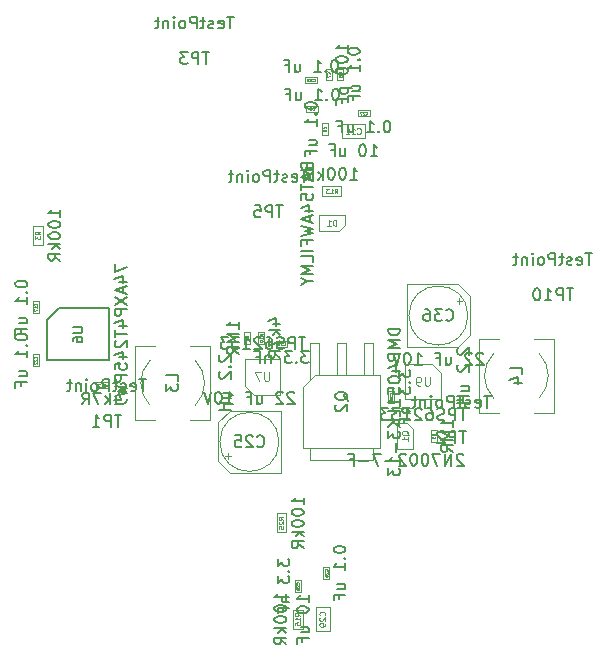
<source format=gbr>
G04 #@! TF.GenerationSoftware,KiCad,Pcbnew,5.1.5*
G04 #@! TF.CreationDate,2020-04-28T07:55:39-04:00*
G04 #@! TF.ProjectId,ball-spider,62616c6c-2d73-4706-9964-65722e6b6963,rev?*
G04 #@! TF.SameCoordinates,Original*
G04 #@! TF.FileFunction,Other,Fab,Bot*
%FSLAX46Y46*%
G04 Gerber Fmt 4.6, Leading zero omitted, Abs format (unit mm)*
G04 Created by KiCad (PCBNEW 5.1.5) date 2020-04-28 07:55:39*
%MOMM*%
%LPD*%
G04 APERTURE LIST*
%ADD10C,0.100000*%
%ADD11C,0.150000*%
%ADD12C,0.060000*%
%ADD13C,0.040000*%
%ADD14C,0.110000*%
%ADD15C,0.075000*%
%ADD16C,0.080000*%
G04 APERTURE END LIST*
D10*
X46700000Y-64560000D02*
X46700000Y-62960000D01*
X45900000Y-64560000D02*
X46700000Y-64560000D01*
X45900000Y-62960000D02*
X45900000Y-64560000D01*
X46700000Y-62960000D02*
X45900000Y-62960000D01*
X49320000Y-26020000D02*
X48320000Y-26020000D01*
X49320000Y-26520000D02*
X49320000Y-26020000D01*
X48320000Y-26520000D02*
X49320000Y-26520000D01*
X48320000Y-26020000D02*
X48320000Y-26520000D01*
X59800000Y-51050000D02*
X59050000Y-50300000D01*
X59800000Y-53300000D02*
X59800000Y-51050000D01*
X56800000Y-53300000D02*
X59800000Y-53300000D01*
X56800000Y-50300000D02*
X56800000Y-53300000D01*
X59050000Y-50300000D02*
X56800000Y-50300000D01*
X43200000Y-52150000D02*
X43950000Y-52900000D01*
X43200000Y-49900000D02*
X43200000Y-52150000D01*
X46200000Y-49900000D02*
X43200000Y-49900000D01*
X46200000Y-52900000D02*
X46200000Y-49900000D01*
X43950000Y-52900000D02*
X46200000Y-52900000D01*
D11*
X27500000Y-45600000D02*
X26500000Y-46600000D01*
X31700000Y-45600000D02*
X27500000Y-45600000D01*
X31700000Y-50000000D02*
X31700000Y-45600000D01*
X26500000Y-50000000D02*
X31700000Y-50000000D01*
X26500000Y-46600000D02*
X26500000Y-50000000D01*
D10*
X47300000Y-71100000D02*
X47300000Y-72700000D01*
X48100000Y-71100000D02*
X47300000Y-71100000D01*
X48100000Y-72700000D02*
X48100000Y-71100000D01*
X47300000Y-72700000D02*
X48100000Y-72700000D01*
X51370000Y-35270000D02*
X49770000Y-35270000D01*
X51370000Y-36070000D02*
X51370000Y-35270000D01*
X49770000Y-36070000D02*
X51370000Y-36070000D01*
X49770000Y-35270000D02*
X49770000Y-36070000D01*
X30600000Y-52350000D02*
X31600000Y-52350000D01*
X30600000Y-51850000D02*
X30600000Y-52350000D01*
X31600000Y-51850000D02*
X30600000Y-51850000D01*
X31600000Y-52350000D02*
X31600000Y-51850000D01*
X44850000Y-48600000D02*
X44850000Y-47600000D01*
X44350000Y-48600000D02*
X44850000Y-48600000D01*
X44350000Y-47600000D02*
X44350000Y-48600000D01*
X44850000Y-47600000D02*
X44350000Y-47600000D01*
X59450000Y-56900000D02*
X59450000Y-55900000D01*
X58950000Y-56900000D02*
X59450000Y-56900000D01*
X58950000Y-55900000D02*
X58950000Y-56900000D01*
X59450000Y-55900000D02*
X58950000Y-55900000D01*
X43150000Y-47600000D02*
X43150000Y-48600000D01*
X43650000Y-47600000D02*
X43150000Y-47600000D01*
X43650000Y-48600000D02*
X43650000Y-47600000D01*
X43150000Y-48600000D02*
X43650000Y-48600000D01*
X26100000Y-40200000D02*
X26100000Y-38600000D01*
X25300000Y-40200000D02*
X26100000Y-40200000D01*
X25300000Y-38600000D02*
X25300000Y-40200000D01*
X26100000Y-38600000D02*
X25300000Y-38600000D01*
X54055000Y-48530000D02*
X54055000Y-51230000D01*
X53305000Y-48530000D02*
X54055000Y-48530000D01*
X53305000Y-51230000D02*
X53305000Y-48530000D01*
X51775000Y-48530000D02*
X51775000Y-51230000D01*
X51025000Y-48530000D02*
X51775000Y-48530000D01*
X51025000Y-51230000D02*
X51025000Y-48530000D01*
X49495000Y-48530000D02*
X49495000Y-51230000D01*
X48745000Y-48530000D02*
X49495000Y-48530000D01*
X48745000Y-51635000D02*
X48745000Y-48530000D01*
X48150000Y-52230000D02*
X48150000Y-57450000D01*
X49150000Y-51230000D02*
X48150000Y-52230000D01*
X54650000Y-51230000D02*
X49150000Y-51230000D01*
X54650000Y-57450000D02*
X54650000Y-51230000D01*
X48150000Y-57450000D02*
X54650000Y-57450000D01*
X54100000Y-58450000D02*
X54100000Y-57450000D01*
X48700000Y-58450000D02*
X54100000Y-58450000D01*
X48700000Y-57450000D02*
X48700000Y-58450000D01*
X56980000Y-55300000D02*
X57480000Y-55800000D01*
X56130000Y-57500000D02*
X57480000Y-57500000D01*
X56130000Y-55300000D02*
X56130000Y-57500000D01*
X57480000Y-55800000D02*
X57480000Y-57500000D01*
X56130000Y-55300000D02*
X56980000Y-55300000D01*
X64290000Y-53210000D02*
G75*
G02X64290000Y-49390000I1910000J1910000D01*
G01*
X68110000Y-49390000D02*
G75*
G02X68110000Y-53210000I-1910000J-1910000D01*
G01*
X63050000Y-54450000D02*
X63050000Y-48150000D01*
X69350000Y-54450000D02*
X69350000Y-48150000D01*
X69350000Y-54450000D02*
X67700000Y-54450000D01*
X63050000Y-54450000D02*
X64700000Y-54450000D01*
X69350000Y-48150000D02*
X67700000Y-48150000D01*
X63050000Y-48150000D02*
X64700000Y-48150000D01*
X39010000Y-49990000D02*
G75*
G02X39010000Y-53810000I-1910000J-1910000D01*
G01*
X35190000Y-53810000D02*
G75*
G02X35190000Y-49990000I1910000J1910000D01*
G01*
X40250000Y-48750000D02*
X40250000Y-55050000D01*
X33950000Y-48750000D02*
X33950000Y-55050000D01*
X33950000Y-48750000D02*
X35600000Y-48750000D01*
X40250000Y-48750000D02*
X38600000Y-48750000D01*
X33950000Y-55050000D02*
X35600000Y-55050000D01*
X40250000Y-55050000D02*
X38600000Y-55050000D01*
X51680000Y-38540000D02*
X51180000Y-39040000D01*
X49480000Y-37690000D02*
X49480000Y-39040000D01*
X51680000Y-37690000D02*
X49480000Y-37690000D01*
X51180000Y-39040000D02*
X49480000Y-39040000D01*
X51680000Y-37690000D02*
X51680000Y-38540000D01*
X61383956Y-44750000D02*
X61383956Y-45250000D01*
X61633956Y-45000000D02*
X61133956Y-45000000D01*
X62250000Y-47850000D02*
X61250000Y-48850000D01*
X62250000Y-44550000D02*
X61250000Y-43550000D01*
X62250000Y-44550000D02*
X62250000Y-47850000D01*
X61250000Y-48850000D02*
X56950000Y-48850000D01*
X61250000Y-43550000D02*
X56950000Y-43550000D01*
X56950000Y-43550000D02*
X56950000Y-48850000D01*
X62100000Y-46200000D02*
G75*
G03X62100000Y-46200000I-2500000J0D01*
G01*
X55850000Y-53600000D02*
X55850000Y-52600000D01*
X55350000Y-53600000D02*
X55850000Y-53600000D01*
X55350000Y-52600000D02*
X55350000Y-53600000D01*
X55850000Y-52600000D02*
X55350000Y-52600000D01*
X49200000Y-70900000D02*
X49200000Y-72900000D01*
X50400000Y-70900000D02*
X49200000Y-70900000D01*
X50400000Y-72900000D02*
X50400000Y-70900000D01*
X49200000Y-72900000D02*
X50400000Y-72900000D01*
X47450000Y-68600000D02*
X47450000Y-69600000D01*
X47950000Y-68600000D02*
X47450000Y-68600000D01*
X47950000Y-69600000D02*
X47950000Y-68600000D01*
X47450000Y-69600000D02*
X47950000Y-69600000D01*
X52780000Y-29320000D02*
X53780000Y-29320000D01*
X52780000Y-28820000D02*
X52780000Y-29320000D01*
X53780000Y-28820000D02*
X52780000Y-28820000D01*
X53780000Y-29320000D02*
X53780000Y-28820000D01*
X50350000Y-68500000D02*
X50350000Y-67500000D01*
X49850000Y-68500000D02*
X50350000Y-68500000D01*
X49850000Y-67500000D02*
X49850000Y-68500000D01*
X50350000Y-67500000D02*
X49850000Y-67500000D01*
X41816044Y-58350000D02*
X41816044Y-57850000D01*
X41566044Y-58100000D02*
X42066044Y-58100000D01*
X40950000Y-55250000D02*
X41950000Y-54250000D01*
X40950000Y-58550000D02*
X41950000Y-59550000D01*
X40950000Y-58550000D02*
X40950000Y-55250000D01*
X41950000Y-54250000D02*
X46250000Y-54250000D01*
X41950000Y-59550000D02*
X46250000Y-59550000D01*
X46250000Y-59550000D02*
X46250000Y-54250000D01*
X46100000Y-56900000D02*
G75*
G03X46100000Y-56900000I-2500000J0D01*
G01*
X25250000Y-49500000D02*
X25250000Y-50500000D01*
X25750000Y-49500000D02*
X25250000Y-49500000D01*
X25750000Y-50500000D02*
X25750000Y-49500000D01*
X25250000Y-50500000D02*
X25750000Y-50500000D01*
X45815000Y-48850000D02*
X46815000Y-48850000D01*
X45815000Y-48350000D02*
X45815000Y-48850000D01*
X46815000Y-48350000D02*
X45815000Y-48350000D01*
X46815000Y-48850000D02*
X46815000Y-48350000D01*
X25250000Y-45000000D02*
X25250000Y-46000000D01*
X25750000Y-45000000D02*
X25250000Y-45000000D01*
X25750000Y-46000000D02*
X25750000Y-45000000D01*
X25250000Y-46000000D02*
X25750000Y-46000000D01*
X51400000Y-31200000D02*
X53400000Y-31200000D01*
X51400000Y-30000000D02*
X51400000Y-31200000D01*
X53400000Y-30000000D02*
X51400000Y-30000000D01*
X53400000Y-31200000D02*
X53400000Y-30000000D01*
X49750000Y-29900000D02*
X49750000Y-30900000D01*
X50250000Y-29900000D02*
X49750000Y-29900000D01*
X50250000Y-30900000D02*
X50250000Y-29900000D01*
X49750000Y-30900000D02*
X50250000Y-30900000D01*
X51550000Y-26300000D02*
X51550000Y-25300000D01*
X51050000Y-26300000D02*
X51550000Y-26300000D01*
X51050000Y-25300000D02*
X51050000Y-26300000D01*
X51550000Y-25300000D02*
X51050000Y-25300000D01*
X50550000Y-26300000D02*
X50550000Y-25300000D01*
X50050000Y-26300000D02*
X50550000Y-26300000D01*
X50050000Y-25300000D02*
X50050000Y-26300000D01*
X50550000Y-25300000D02*
X50050000Y-25300000D01*
X49400000Y-28450000D02*
X48400000Y-28450000D01*
X49400000Y-28950000D02*
X49400000Y-28450000D01*
X48400000Y-28950000D02*
X49400000Y-28950000D01*
X48400000Y-28450000D02*
X48400000Y-28950000D01*
D11*
X48182380Y-62188571D02*
X48182380Y-61617142D01*
X48182380Y-61902857D02*
X47182380Y-61902857D01*
X47325238Y-61807619D01*
X47420476Y-61712380D01*
X47468095Y-61617142D01*
X47182380Y-62807619D02*
X47182380Y-62902857D01*
X47230000Y-62998095D01*
X47277619Y-63045714D01*
X47372857Y-63093333D01*
X47563333Y-63140952D01*
X47801428Y-63140952D01*
X47991904Y-63093333D01*
X48087142Y-63045714D01*
X48134761Y-62998095D01*
X48182380Y-62902857D01*
X48182380Y-62807619D01*
X48134761Y-62712380D01*
X48087142Y-62664761D01*
X47991904Y-62617142D01*
X47801428Y-62569523D01*
X47563333Y-62569523D01*
X47372857Y-62617142D01*
X47277619Y-62664761D01*
X47230000Y-62712380D01*
X47182380Y-62807619D01*
X47182380Y-63760000D02*
X47182380Y-63855238D01*
X47230000Y-63950476D01*
X47277619Y-63998095D01*
X47372857Y-64045714D01*
X47563333Y-64093333D01*
X47801428Y-64093333D01*
X47991904Y-64045714D01*
X48087142Y-63998095D01*
X48134761Y-63950476D01*
X48182380Y-63855238D01*
X48182380Y-63760000D01*
X48134761Y-63664761D01*
X48087142Y-63617142D01*
X47991904Y-63569523D01*
X47801428Y-63521904D01*
X47563333Y-63521904D01*
X47372857Y-63569523D01*
X47277619Y-63617142D01*
X47230000Y-63664761D01*
X47182380Y-63760000D01*
X48182380Y-64521904D02*
X47182380Y-64521904D01*
X47801428Y-64617142D02*
X48182380Y-64902857D01*
X47515714Y-64902857D02*
X47896666Y-64521904D01*
X48182380Y-65902857D02*
X47706190Y-65569523D01*
X48182380Y-65331428D02*
X47182380Y-65331428D01*
X47182380Y-65712380D01*
X47230000Y-65807619D01*
X47277619Y-65855238D01*
X47372857Y-65902857D01*
X47515714Y-65902857D01*
X47610952Y-65855238D01*
X47658571Y-65807619D01*
X47706190Y-65712380D01*
X47706190Y-65331428D01*
D12*
X46480952Y-63502857D02*
X46290476Y-63369523D01*
X46480952Y-63274285D02*
X46080952Y-63274285D01*
X46080952Y-63426666D01*
X46100000Y-63464761D01*
X46119047Y-63483809D01*
X46157142Y-63502857D01*
X46214285Y-63502857D01*
X46252380Y-63483809D01*
X46271428Y-63464761D01*
X46290476Y-63426666D01*
X46290476Y-63274285D01*
X46119047Y-63655238D02*
X46100000Y-63674285D01*
X46080952Y-63712380D01*
X46080952Y-63807619D01*
X46100000Y-63845714D01*
X46119047Y-63864761D01*
X46157142Y-63883809D01*
X46195238Y-63883809D01*
X46252380Y-63864761D01*
X46480952Y-63636190D01*
X46480952Y-63883809D01*
X46080952Y-64245714D02*
X46080952Y-64055238D01*
X46271428Y-64036190D01*
X46252380Y-64055238D01*
X46233333Y-64093333D01*
X46233333Y-64188571D01*
X46252380Y-64226666D01*
X46271428Y-64245714D01*
X46309523Y-64264761D01*
X46404761Y-64264761D01*
X46442857Y-64245714D01*
X46461904Y-64226666D01*
X46480952Y-64188571D01*
X46480952Y-64093333D01*
X46461904Y-64055238D01*
X46442857Y-64036190D01*
D11*
X72623333Y-40912380D02*
X72051904Y-40912380D01*
X72337619Y-41912380D02*
X72337619Y-40912380D01*
X71337619Y-41864761D02*
X71432857Y-41912380D01*
X71623333Y-41912380D01*
X71718571Y-41864761D01*
X71766190Y-41769523D01*
X71766190Y-41388571D01*
X71718571Y-41293333D01*
X71623333Y-41245714D01*
X71432857Y-41245714D01*
X71337619Y-41293333D01*
X71290000Y-41388571D01*
X71290000Y-41483809D01*
X71766190Y-41579047D01*
X70909047Y-41864761D02*
X70813809Y-41912380D01*
X70623333Y-41912380D01*
X70528095Y-41864761D01*
X70480476Y-41769523D01*
X70480476Y-41721904D01*
X70528095Y-41626666D01*
X70623333Y-41579047D01*
X70766190Y-41579047D01*
X70861428Y-41531428D01*
X70909047Y-41436190D01*
X70909047Y-41388571D01*
X70861428Y-41293333D01*
X70766190Y-41245714D01*
X70623333Y-41245714D01*
X70528095Y-41293333D01*
X70194761Y-41245714D02*
X69813809Y-41245714D01*
X70051904Y-40912380D02*
X70051904Y-41769523D01*
X70004285Y-41864761D01*
X69909047Y-41912380D01*
X69813809Y-41912380D01*
X69480476Y-41912380D02*
X69480476Y-40912380D01*
X69099523Y-40912380D01*
X69004285Y-40960000D01*
X68956666Y-41007619D01*
X68909047Y-41102857D01*
X68909047Y-41245714D01*
X68956666Y-41340952D01*
X69004285Y-41388571D01*
X69099523Y-41436190D01*
X69480476Y-41436190D01*
X68337619Y-41912380D02*
X68432857Y-41864761D01*
X68480476Y-41817142D01*
X68528095Y-41721904D01*
X68528095Y-41436190D01*
X68480476Y-41340952D01*
X68432857Y-41293333D01*
X68337619Y-41245714D01*
X68194761Y-41245714D01*
X68099523Y-41293333D01*
X68051904Y-41340952D01*
X68004285Y-41436190D01*
X68004285Y-41721904D01*
X68051904Y-41817142D01*
X68099523Y-41864761D01*
X68194761Y-41912380D01*
X68337619Y-41912380D01*
X67575714Y-41912380D02*
X67575714Y-41245714D01*
X67575714Y-40912380D02*
X67623333Y-40960000D01*
X67575714Y-41007619D01*
X67528095Y-40960000D01*
X67575714Y-40912380D01*
X67575714Y-41007619D01*
X67099523Y-41245714D02*
X67099523Y-41912380D01*
X67099523Y-41340952D02*
X67051904Y-41293333D01*
X66956666Y-41245714D01*
X66813809Y-41245714D01*
X66718571Y-41293333D01*
X66670952Y-41388571D01*
X66670952Y-41912380D01*
X66337619Y-41245714D02*
X65956666Y-41245714D01*
X66194761Y-40912380D02*
X66194761Y-41769523D01*
X66147142Y-41864761D01*
X66051904Y-41912380D01*
X65956666Y-41912380D01*
X71028095Y-43912380D02*
X70456666Y-43912380D01*
X70742380Y-44912380D02*
X70742380Y-43912380D01*
X70123333Y-44912380D02*
X70123333Y-43912380D01*
X69742380Y-43912380D01*
X69647142Y-43960000D01*
X69599523Y-44007619D01*
X69551904Y-44102857D01*
X69551904Y-44245714D01*
X69599523Y-44340952D01*
X69647142Y-44388571D01*
X69742380Y-44436190D01*
X70123333Y-44436190D01*
X68599523Y-44912380D02*
X69170952Y-44912380D01*
X68885238Y-44912380D02*
X68885238Y-43912380D01*
X68980476Y-44055238D01*
X69075714Y-44150476D01*
X69170952Y-44198095D01*
X67980476Y-43912380D02*
X67885238Y-43912380D01*
X67790000Y-43960000D01*
X67742380Y-44007619D01*
X67694761Y-44102857D01*
X67647142Y-44293333D01*
X67647142Y-44531428D01*
X67694761Y-44721904D01*
X67742380Y-44817142D01*
X67790000Y-44864761D01*
X67885238Y-44912380D01*
X67980476Y-44912380D01*
X68075714Y-44864761D01*
X68123333Y-44817142D01*
X68170952Y-44721904D01*
X68218571Y-44531428D01*
X68218571Y-44293333D01*
X68170952Y-44102857D01*
X68123333Y-44007619D01*
X68075714Y-43960000D01*
X67980476Y-43912380D01*
X48503333Y-33882380D02*
X47931904Y-33882380D01*
X48217619Y-34882380D02*
X48217619Y-33882380D01*
X47217619Y-34834761D02*
X47312857Y-34882380D01*
X47503333Y-34882380D01*
X47598571Y-34834761D01*
X47646190Y-34739523D01*
X47646190Y-34358571D01*
X47598571Y-34263333D01*
X47503333Y-34215714D01*
X47312857Y-34215714D01*
X47217619Y-34263333D01*
X47170000Y-34358571D01*
X47170000Y-34453809D01*
X47646190Y-34549047D01*
X46789047Y-34834761D02*
X46693809Y-34882380D01*
X46503333Y-34882380D01*
X46408095Y-34834761D01*
X46360476Y-34739523D01*
X46360476Y-34691904D01*
X46408095Y-34596666D01*
X46503333Y-34549047D01*
X46646190Y-34549047D01*
X46741428Y-34501428D01*
X46789047Y-34406190D01*
X46789047Y-34358571D01*
X46741428Y-34263333D01*
X46646190Y-34215714D01*
X46503333Y-34215714D01*
X46408095Y-34263333D01*
X46074761Y-34215714D02*
X45693809Y-34215714D01*
X45931904Y-33882380D02*
X45931904Y-34739523D01*
X45884285Y-34834761D01*
X45789047Y-34882380D01*
X45693809Y-34882380D01*
X45360476Y-34882380D02*
X45360476Y-33882380D01*
X44979523Y-33882380D01*
X44884285Y-33930000D01*
X44836666Y-33977619D01*
X44789047Y-34072857D01*
X44789047Y-34215714D01*
X44836666Y-34310952D01*
X44884285Y-34358571D01*
X44979523Y-34406190D01*
X45360476Y-34406190D01*
X44217619Y-34882380D02*
X44312857Y-34834761D01*
X44360476Y-34787142D01*
X44408095Y-34691904D01*
X44408095Y-34406190D01*
X44360476Y-34310952D01*
X44312857Y-34263333D01*
X44217619Y-34215714D01*
X44074761Y-34215714D01*
X43979523Y-34263333D01*
X43931904Y-34310952D01*
X43884285Y-34406190D01*
X43884285Y-34691904D01*
X43931904Y-34787142D01*
X43979523Y-34834761D01*
X44074761Y-34882380D01*
X44217619Y-34882380D01*
X43455714Y-34882380D02*
X43455714Y-34215714D01*
X43455714Y-33882380D02*
X43503333Y-33930000D01*
X43455714Y-33977619D01*
X43408095Y-33930000D01*
X43455714Y-33882380D01*
X43455714Y-33977619D01*
X42979523Y-34215714D02*
X42979523Y-34882380D01*
X42979523Y-34310952D02*
X42931904Y-34263333D01*
X42836666Y-34215714D01*
X42693809Y-34215714D01*
X42598571Y-34263333D01*
X42550952Y-34358571D01*
X42550952Y-34882380D01*
X42217619Y-34215714D02*
X41836666Y-34215714D01*
X42074761Y-33882380D02*
X42074761Y-34739523D01*
X42027142Y-34834761D01*
X41931904Y-34882380D01*
X41836666Y-34882380D01*
X46431904Y-36882380D02*
X45860476Y-36882380D01*
X46146190Y-37882380D02*
X46146190Y-36882380D01*
X45527142Y-37882380D02*
X45527142Y-36882380D01*
X45146190Y-36882380D01*
X45050952Y-36930000D01*
X45003333Y-36977619D01*
X44955714Y-37072857D01*
X44955714Y-37215714D01*
X45003333Y-37310952D01*
X45050952Y-37358571D01*
X45146190Y-37406190D01*
X45527142Y-37406190D01*
X44050952Y-36882380D02*
X44527142Y-36882380D01*
X44574761Y-37358571D01*
X44527142Y-37310952D01*
X44431904Y-37263333D01*
X44193809Y-37263333D01*
X44098571Y-37310952D01*
X44050952Y-37358571D01*
X44003333Y-37453809D01*
X44003333Y-37691904D01*
X44050952Y-37787142D01*
X44098571Y-37834761D01*
X44193809Y-37882380D01*
X44431904Y-37882380D01*
X44527142Y-37834761D01*
X44574761Y-37787142D01*
X42263333Y-20892380D02*
X41691904Y-20892380D01*
X41977619Y-21892380D02*
X41977619Y-20892380D01*
X40977619Y-21844761D02*
X41072857Y-21892380D01*
X41263333Y-21892380D01*
X41358571Y-21844761D01*
X41406190Y-21749523D01*
X41406190Y-21368571D01*
X41358571Y-21273333D01*
X41263333Y-21225714D01*
X41072857Y-21225714D01*
X40977619Y-21273333D01*
X40930000Y-21368571D01*
X40930000Y-21463809D01*
X41406190Y-21559047D01*
X40549047Y-21844761D02*
X40453809Y-21892380D01*
X40263333Y-21892380D01*
X40168095Y-21844761D01*
X40120476Y-21749523D01*
X40120476Y-21701904D01*
X40168095Y-21606666D01*
X40263333Y-21559047D01*
X40406190Y-21559047D01*
X40501428Y-21511428D01*
X40549047Y-21416190D01*
X40549047Y-21368571D01*
X40501428Y-21273333D01*
X40406190Y-21225714D01*
X40263333Y-21225714D01*
X40168095Y-21273333D01*
X39834761Y-21225714D02*
X39453809Y-21225714D01*
X39691904Y-20892380D02*
X39691904Y-21749523D01*
X39644285Y-21844761D01*
X39549047Y-21892380D01*
X39453809Y-21892380D01*
X39120476Y-21892380D02*
X39120476Y-20892380D01*
X38739523Y-20892380D01*
X38644285Y-20940000D01*
X38596666Y-20987619D01*
X38549047Y-21082857D01*
X38549047Y-21225714D01*
X38596666Y-21320952D01*
X38644285Y-21368571D01*
X38739523Y-21416190D01*
X39120476Y-21416190D01*
X37977619Y-21892380D02*
X38072857Y-21844761D01*
X38120476Y-21797142D01*
X38168095Y-21701904D01*
X38168095Y-21416190D01*
X38120476Y-21320952D01*
X38072857Y-21273333D01*
X37977619Y-21225714D01*
X37834761Y-21225714D01*
X37739523Y-21273333D01*
X37691904Y-21320952D01*
X37644285Y-21416190D01*
X37644285Y-21701904D01*
X37691904Y-21797142D01*
X37739523Y-21844761D01*
X37834761Y-21892380D01*
X37977619Y-21892380D01*
X37215714Y-21892380D02*
X37215714Y-21225714D01*
X37215714Y-20892380D02*
X37263333Y-20940000D01*
X37215714Y-20987619D01*
X37168095Y-20940000D01*
X37215714Y-20892380D01*
X37215714Y-20987619D01*
X36739523Y-21225714D02*
X36739523Y-21892380D01*
X36739523Y-21320952D02*
X36691904Y-21273333D01*
X36596666Y-21225714D01*
X36453809Y-21225714D01*
X36358571Y-21273333D01*
X36310952Y-21368571D01*
X36310952Y-21892380D01*
X35977619Y-21225714D02*
X35596666Y-21225714D01*
X35834761Y-20892380D02*
X35834761Y-21749523D01*
X35787142Y-21844761D01*
X35691904Y-21892380D01*
X35596666Y-21892380D01*
X40191904Y-23892380D02*
X39620476Y-23892380D01*
X39906190Y-24892380D02*
X39906190Y-23892380D01*
X39287142Y-24892380D02*
X39287142Y-23892380D01*
X38906190Y-23892380D01*
X38810952Y-23940000D01*
X38763333Y-23987619D01*
X38715714Y-24082857D01*
X38715714Y-24225714D01*
X38763333Y-24320952D01*
X38810952Y-24368571D01*
X38906190Y-24416190D01*
X39287142Y-24416190D01*
X38382380Y-23892380D02*
X37763333Y-23892380D01*
X38096666Y-24273333D01*
X37953809Y-24273333D01*
X37858571Y-24320952D01*
X37810952Y-24368571D01*
X37763333Y-24463809D01*
X37763333Y-24701904D01*
X37810952Y-24797142D01*
X37858571Y-24844761D01*
X37953809Y-24892380D01*
X38239523Y-24892380D01*
X38334761Y-24844761D01*
X38382380Y-24797142D01*
X64023333Y-52992380D02*
X63451904Y-52992380D01*
X63737619Y-53992380D02*
X63737619Y-52992380D01*
X62737619Y-53944761D02*
X62832857Y-53992380D01*
X63023333Y-53992380D01*
X63118571Y-53944761D01*
X63166190Y-53849523D01*
X63166190Y-53468571D01*
X63118571Y-53373333D01*
X63023333Y-53325714D01*
X62832857Y-53325714D01*
X62737619Y-53373333D01*
X62690000Y-53468571D01*
X62690000Y-53563809D01*
X63166190Y-53659047D01*
X62309047Y-53944761D02*
X62213809Y-53992380D01*
X62023333Y-53992380D01*
X61928095Y-53944761D01*
X61880476Y-53849523D01*
X61880476Y-53801904D01*
X61928095Y-53706666D01*
X62023333Y-53659047D01*
X62166190Y-53659047D01*
X62261428Y-53611428D01*
X62309047Y-53516190D01*
X62309047Y-53468571D01*
X62261428Y-53373333D01*
X62166190Y-53325714D01*
X62023333Y-53325714D01*
X61928095Y-53373333D01*
X61594761Y-53325714D02*
X61213809Y-53325714D01*
X61451904Y-52992380D02*
X61451904Y-53849523D01*
X61404285Y-53944761D01*
X61309047Y-53992380D01*
X61213809Y-53992380D01*
X60880476Y-53992380D02*
X60880476Y-52992380D01*
X60499523Y-52992380D01*
X60404285Y-53040000D01*
X60356666Y-53087619D01*
X60309047Y-53182857D01*
X60309047Y-53325714D01*
X60356666Y-53420952D01*
X60404285Y-53468571D01*
X60499523Y-53516190D01*
X60880476Y-53516190D01*
X59737619Y-53992380D02*
X59832857Y-53944761D01*
X59880476Y-53897142D01*
X59928095Y-53801904D01*
X59928095Y-53516190D01*
X59880476Y-53420952D01*
X59832857Y-53373333D01*
X59737619Y-53325714D01*
X59594761Y-53325714D01*
X59499523Y-53373333D01*
X59451904Y-53420952D01*
X59404285Y-53516190D01*
X59404285Y-53801904D01*
X59451904Y-53897142D01*
X59499523Y-53944761D01*
X59594761Y-53992380D01*
X59737619Y-53992380D01*
X58975714Y-53992380D02*
X58975714Y-53325714D01*
X58975714Y-52992380D02*
X59023333Y-53040000D01*
X58975714Y-53087619D01*
X58928095Y-53040000D01*
X58975714Y-52992380D01*
X58975714Y-53087619D01*
X58499523Y-53325714D02*
X58499523Y-53992380D01*
X58499523Y-53420952D02*
X58451904Y-53373333D01*
X58356666Y-53325714D01*
X58213809Y-53325714D01*
X58118571Y-53373333D01*
X58070952Y-53468571D01*
X58070952Y-53992380D01*
X57737619Y-53325714D02*
X57356666Y-53325714D01*
X57594761Y-52992380D02*
X57594761Y-53849523D01*
X57547142Y-53944761D01*
X57451904Y-53992380D01*
X57356666Y-53992380D01*
X61951904Y-55992380D02*
X61380476Y-55992380D01*
X61666190Y-56992380D02*
X61666190Y-55992380D01*
X61047142Y-56992380D02*
X61047142Y-55992380D01*
X60666190Y-55992380D01*
X60570952Y-56040000D01*
X60523333Y-56087619D01*
X60475714Y-56182857D01*
X60475714Y-56325714D01*
X60523333Y-56420952D01*
X60570952Y-56468571D01*
X60666190Y-56516190D01*
X61047142Y-56516190D01*
X60094761Y-56087619D02*
X60047142Y-56040000D01*
X59951904Y-55992380D01*
X59713809Y-55992380D01*
X59618571Y-56040000D01*
X59570952Y-56087619D01*
X59523333Y-56182857D01*
X59523333Y-56278095D01*
X59570952Y-56420952D01*
X60142380Y-56992380D01*
X59523333Y-56992380D01*
X50843809Y-24552380D02*
X50748571Y-24552380D01*
X50653333Y-24600000D01*
X50605714Y-24647619D01*
X50558095Y-24742857D01*
X50510476Y-24933333D01*
X50510476Y-25171428D01*
X50558095Y-25361904D01*
X50605714Y-25457142D01*
X50653333Y-25504761D01*
X50748571Y-25552380D01*
X50843809Y-25552380D01*
X50939047Y-25504761D01*
X50986666Y-25457142D01*
X51034285Y-25361904D01*
X51081904Y-25171428D01*
X51081904Y-24933333D01*
X51034285Y-24742857D01*
X50986666Y-24647619D01*
X50939047Y-24600000D01*
X50843809Y-24552380D01*
X50081904Y-25457142D02*
X50034285Y-25504761D01*
X50081904Y-25552380D01*
X50129523Y-25504761D01*
X50081904Y-25457142D01*
X50081904Y-25552380D01*
X49081904Y-25552380D02*
X49653333Y-25552380D01*
X49367619Y-25552380D02*
X49367619Y-24552380D01*
X49462857Y-24695238D01*
X49558095Y-24790476D01*
X49653333Y-24838095D01*
X47462857Y-24885714D02*
X47462857Y-25552380D01*
X47891428Y-24885714D02*
X47891428Y-25409523D01*
X47843809Y-25504761D01*
X47748571Y-25552380D01*
X47605714Y-25552380D01*
X47510476Y-25504761D01*
X47462857Y-25457142D01*
X46653333Y-25028571D02*
X46986666Y-25028571D01*
X46986666Y-25552380D02*
X46986666Y-24552380D01*
X46510476Y-24552380D01*
D13*
X48980714Y-26359285D02*
X48992619Y-26371190D01*
X49028333Y-26383095D01*
X49052142Y-26383095D01*
X49087857Y-26371190D01*
X49111666Y-26347380D01*
X49123571Y-26323571D01*
X49135476Y-26275952D01*
X49135476Y-26240238D01*
X49123571Y-26192619D01*
X49111666Y-26168809D01*
X49087857Y-26145000D01*
X49052142Y-26133095D01*
X49028333Y-26133095D01*
X48992619Y-26145000D01*
X48980714Y-26156904D01*
X48885476Y-26156904D02*
X48873571Y-26145000D01*
X48849761Y-26133095D01*
X48790238Y-26133095D01*
X48766428Y-26145000D01*
X48754523Y-26156904D01*
X48742619Y-26180714D01*
X48742619Y-26204523D01*
X48754523Y-26240238D01*
X48897380Y-26383095D01*
X48742619Y-26383095D01*
X48659285Y-26133095D02*
X48504523Y-26133095D01*
X48587857Y-26228333D01*
X48552142Y-26228333D01*
X48528333Y-26240238D01*
X48516428Y-26252142D01*
X48504523Y-26275952D01*
X48504523Y-26335476D01*
X48516428Y-26359285D01*
X48528333Y-26371190D01*
X48552142Y-26383095D01*
X48623571Y-26383095D01*
X48647380Y-26371190D01*
X48659285Y-26359285D01*
D11*
X34833333Y-51602380D02*
X34261904Y-51602380D01*
X34547619Y-52602380D02*
X34547619Y-51602380D01*
X33547619Y-52554761D02*
X33642857Y-52602380D01*
X33833333Y-52602380D01*
X33928571Y-52554761D01*
X33976190Y-52459523D01*
X33976190Y-52078571D01*
X33928571Y-51983333D01*
X33833333Y-51935714D01*
X33642857Y-51935714D01*
X33547619Y-51983333D01*
X33500000Y-52078571D01*
X33500000Y-52173809D01*
X33976190Y-52269047D01*
X33119047Y-52554761D02*
X33023809Y-52602380D01*
X32833333Y-52602380D01*
X32738095Y-52554761D01*
X32690476Y-52459523D01*
X32690476Y-52411904D01*
X32738095Y-52316666D01*
X32833333Y-52269047D01*
X32976190Y-52269047D01*
X33071428Y-52221428D01*
X33119047Y-52126190D01*
X33119047Y-52078571D01*
X33071428Y-51983333D01*
X32976190Y-51935714D01*
X32833333Y-51935714D01*
X32738095Y-51983333D01*
X32404761Y-51935714D02*
X32023809Y-51935714D01*
X32261904Y-51602380D02*
X32261904Y-52459523D01*
X32214285Y-52554761D01*
X32119047Y-52602380D01*
X32023809Y-52602380D01*
X31690476Y-52602380D02*
X31690476Y-51602380D01*
X31309523Y-51602380D01*
X31214285Y-51650000D01*
X31166666Y-51697619D01*
X31119047Y-51792857D01*
X31119047Y-51935714D01*
X31166666Y-52030952D01*
X31214285Y-52078571D01*
X31309523Y-52126190D01*
X31690476Y-52126190D01*
X30547619Y-52602380D02*
X30642857Y-52554761D01*
X30690476Y-52507142D01*
X30738095Y-52411904D01*
X30738095Y-52126190D01*
X30690476Y-52030952D01*
X30642857Y-51983333D01*
X30547619Y-51935714D01*
X30404761Y-51935714D01*
X30309523Y-51983333D01*
X30261904Y-52030952D01*
X30214285Y-52126190D01*
X30214285Y-52411904D01*
X30261904Y-52507142D01*
X30309523Y-52554761D01*
X30404761Y-52602380D01*
X30547619Y-52602380D01*
X29785714Y-52602380D02*
X29785714Y-51935714D01*
X29785714Y-51602380D02*
X29833333Y-51650000D01*
X29785714Y-51697619D01*
X29738095Y-51650000D01*
X29785714Y-51602380D01*
X29785714Y-51697619D01*
X29309523Y-51935714D02*
X29309523Y-52602380D01*
X29309523Y-52030952D02*
X29261904Y-51983333D01*
X29166666Y-51935714D01*
X29023809Y-51935714D01*
X28928571Y-51983333D01*
X28880952Y-52078571D01*
X28880952Y-52602380D01*
X28547619Y-51935714D02*
X28166666Y-51935714D01*
X28404761Y-51602380D02*
X28404761Y-52459523D01*
X28357142Y-52554761D01*
X28261904Y-52602380D01*
X28166666Y-52602380D01*
X32761904Y-54602380D02*
X32190476Y-54602380D01*
X32476190Y-55602380D02*
X32476190Y-54602380D01*
X31857142Y-55602380D02*
X31857142Y-54602380D01*
X31476190Y-54602380D01*
X31380952Y-54650000D01*
X31333333Y-54697619D01*
X31285714Y-54792857D01*
X31285714Y-54935714D01*
X31333333Y-55030952D01*
X31380952Y-55078571D01*
X31476190Y-55126190D01*
X31857142Y-55126190D01*
X30333333Y-55602380D02*
X30904761Y-55602380D01*
X30619047Y-55602380D02*
X30619047Y-54602380D01*
X30714285Y-54745238D01*
X30809523Y-54840476D01*
X30904761Y-54888095D01*
X61942857Y-54072380D02*
X61371428Y-54072380D01*
X61657142Y-55072380D02*
X61657142Y-54072380D01*
X61038095Y-55072380D02*
X61038095Y-54072380D01*
X60657142Y-54072380D01*
X60561904Y-54120000D01*
X60514285Y-54167619D01*
X60466666Y-54262857D01*
X60466666Y-54405714D01*
X60514285Y-54500952D01*
X60561904Y-54548571D01*
X60657142Y-54596190D01*
X61038095Y-54596190D01*
X60085714Y-55024761D02*
X59942857Y-55072380D01*
X59704761Y-55072380D01*
X59609523Y-55024761D01*
X59561904Y-54977142D01*
X59514285Y-54881904D01*
X59514285Y-54786666D01*
X59561904Y-54691428D01*
X59609523Y-54643809D01*
X59704761Y-54596190D01*
X59895238Y-54548571D01*
X59990476Y-54500952D01*
X60038095Y-54453333D01*
X60085714Y-54358095D01*
X60085714Y-54262857D01*
X60038095Y-54167619D01*
X59990476Y-54120000D01*
X59895238Y-54072380D01*
X59657142Y-54072380D01*
X59514285Y-54120000D01*
X58657142Y-54072380D02*
X58847619Y-54072380D01*
X58942857Y-54120000D01*
X58990476Y-54167619D01*
X59085714Y-54310476D01*
X59133333Y-54500952D01*
X59133333Y-54881904D01*
X59085714Y-54977142D01*
X59038095Y-55024761D01*
X58942857Y-55072380D01*
X58752380Y-55072380D01*
X58657142Y-55024761D01*
X58609523Y-54977142D01*
X58561904Y-54881904D01*
X58561904Y-54643809D01*
X58609523Y-54548571D01*
X58657142Y-54500952D01*
X58752380Y-54453333D01*
X58942857Y-54453333D01*
X59038095Y-54500952D01*
X59085714Y-54548571D01*
X59133333Y-54643809D01*
X58180952Y-54167619D02*
X58133333Y-54120000D01*
X58038095Y-54072380D01*
X57800000Y-54072380D01*
X57704761Y-54120000D01*
X57657142Y-54167619D01*
X57609523Y-54262857D01*
X57609523Y-54358095D01*
X57657142Y-54500952D01*
X58228571Y-55072380D01*
X57609523Y-55072380D01*
X56657142Y-55072380D02*
X57228571Y-55072380D01*
X56942857Y-55072380D02*
X56942857Y-54072380D01*
X57038095Y-54215238D01*
X57133333Y-54310476D01*
X57228571Y-54358095D01*
X56323809Y-54072380D02*
X55704761Y-54072380D01*
X56038095Y-54453333D01*
X55895238Y-54453333D01*
X55800000Y-54500952D01*
X55752380Y-54548571D01*
X55704761Y-54643809D01*
X55704761Y-54881904D01*
X55752380Y-54977142D01*
X55800000Y-55024761D01*
X55895238Y-55072380D01*
X56180952Y-55072380D01*
X56276190Y-55024761D01*
X56323809Y-54977142D01*
X55371428Y-54072380D02*
X54752380Y-54072380D01*
X55085714Y-54453333D01*
X54942857Y-54453333D01*
X54847619Y-54500952D01*
X54800000Y-54548571D01*
X54752380Y-54643809D01*
X54752380Y-54881904D01*
X54800000Y-54977142D01*
X54847619Y-55024761D01*
X54942857Y-55072380D01*
X55228571Y-55072380D01*
X55323809Y-55024761D01*
X55371428Y-54977142D01*
D14*
X58871428Y-51389285D02*
X58871428Y-51996428D01*
X58835714Y-52067857D01*
X58800000Y-52103571D01*
X58728571Y-52139285D01*
X58585714Y-52139285D01*
X58514285Y-52103571D01*
X58478571Y-52067857D01*
X58442857Y-51996428D01*
X58442857Y-51389285D01*
X58050000Y-52139285D02*
X57907142Y-52139285D01*
X57835714Y-52103571D01*
X57800000Y-52067857D01*
X57728571Y-51960714D01*
X57692857Y-51817857D01*
X57692857Y-51532142D01*
X57728571Y-51460714D01*
X57764285Y-51425000D01*
X57835714Y-51389285D01*
X57978571Y-51389285D01*
X58050000Y-51425000D01*
X58085714Y-51460714D01*
X58121428Y-51532142D01*
X58121428Y-51710714D01*
X58085714Y-51782142D01*
X58050000Y-51817857D01*
X57978571Y-51853571D01*
X57835714Y-51853571D01*
X57764285Y-51817857D01*
X57728571Y-51782142D01*
X57692857Y-51710714D01*
D11*
X48342857Y-48032380D02*
X47771428Y-48032380D01*
X48057142Y-49032380D02*
X48057142Y-48032380D01*
X47438095Y-49032380D02*
X47438095Y-48032380D01*
X47057142Y-48032380D01*
X46961904Y-48080000D01*
X46914285Y-48127619D01*
X46866666Y-48222857D01*
X46866666Y-48365714D01*
X46914285Y-48460952D01*
X46961904Y-48508571D01*
X47057142Y-48556190D01*
X47438095Y-48556190D01*
X46485714Y-48984761D02*
X46342857Y-49032380D01*
X46104761Y-49032380D01*
X46009523Y-48984761D01*
X45961904Y-48937142D01*
X45914285Y-48841904D01*
X45914285Y-48746666D01*
X45961904Y-48651428D01*
X46009523Y-48603809D01*
X46104761Y-48556190D01*
X46295238Y-48508571D01*
X46390476Y-48460952D01*
X46438095Y-48413333D01*
X46485714Y-48318095D01*
X46485714Y-48222857D01*
X46438095Y-48127619D01*
X46390476Y-48080000D01*
X46295238Y-48032380D01*
X46057142Y-48032380D01*
X45914285Y-48080000D01*
X45057142Y-48032380D02*
X45247619Y-48032380D01*
X45342857Y-48080000D01*
X45390476Y-48127619D01*
X45485714Y-48270476D01*
X45533333Y-48460952D01*
X45533333Y-48841904D01*
X45485714Y-48937142D01*
X45438095Y-48984761D01*
X45342857Y-49032380D01*
X45152380Y-49032380D01*
X45057142Y-48984761D01*
X45009523Y-48937142D01*
X44961904Y-48841904D01*
X44961904Y-48603809D01*
X45009523Y-48508571D01*
X45057142Y-48460952D01*
X45152380Y-48413333D01*
X45342857Y-48413333D01*
X45438095Y-48460952D01*
X45485714Y-48508571D01*
X45533333Y-48603809D01*
X44580952Y-48127619D02*
X44533333Y-48080000D01*
X44438095Y-48032380D01*
X44200000Y-48032380D01*
X44104761Y-48080000D01*
X44057142Y-48127619D01*
X44009523Y-48222857D01*
X44009523Y-48318095D01*
X44057142Y-48460952D01*
X44628571Y-49032380D01*
X44009523Y-49032380D01*
X43057142Y-49032380D02*
X43628571Y-49032380D01*
X43342857Y-49032380D02*
X43342857Y-48032380D01*
X43438095Y-48175238D01*
X43533333Y-48270476D01*
X43628571Y-48318095D01*
X42723809Y-48032380D02*
X42104761Y-48032380D01*
X42438095Y-48413333D01*
X42295238Y-48413333D01*
X42200000Y-48460952D01*
X42152380Y-48508571D01*
X42104761Y-48603809D01*
X42104761Y-48841904D01*
X42152380Y-48937142D01*
X42200000Y-48984761D01*
X42295238Y-49032380D01*
X42580952Y-49032380D01*
X42676190Y-48984761D01*
X42723809Y-48937142D01*
X41771428Y-48032380D02*
X41152380Y-48032380D01*
X41485714Y-48413333D01*
X41342857Y-48413333D01*
X41247619Y-48460952D01*
X41200000Y-48508571D01*
X41152380Y-48603809D01*
X41152380Y-48841904D01*
X41200000Y-48937142D01*
X41247619Y-48984761D01*
X41342857Y-49032380D01*
X41628571Y-49032380D01*
X41723809Y-48984761D01*
X41771428Y-48937142D01*
D14*
X45271428Y-50989285D02*
X45271428Y-51596428D01*
X45235714Y-51667857D01*
X45200000Y-51703571D01*
X45128571Y-51739285D01*
X44985714Y-51739285D01*
X44914285Y-51703571D01*
X44878571Y-51667857D01*
X44842857Y-51596428D01*
X44842857Y-50989285D01*
X44557142Y-50989285D02*
X44057142Y-50989285D01*
X44378571Y-51739285D01*
D11*
X32202380Y-41847619D02*
X32202380Y-42514285D01*
X33202380Y-42085714D01*
X32535714Y-43323809D02*
X33202380Y-43323809D01*
X32154761Y-43085714D02*
X32869047Y-42847619D01*
X32869047Y-43466666D01*
X32916666Y-43800000D02*
X32916666Y-44276190D01*
X33202380Y-43704761D02*
X32202380Y-44038095D01*
X33202380Y-44371428D01*
X32202380Y-44609523D02*
X33202380Y-45276190D01*
X32202380Y-45276190D02*
X33202380Y-44609523D01*
X33202380Y-45657142D02*
X32202380Y-45657142D01*
X32202380Y-46038095D01*
X32250000Y-46133333D01*
X32297619Y-46180952D01*
X32392857Y-46228571D01*
X32535714Y-46228571D01*
X32630952Y-46180952D01*
X32678571Y-46133333D01*
X32726190Y-46038095D01*
X32726190Y-45657142D01*
X32535714Y-47085714D02*
X33202380Y-47085714D01*
X32154761Y-46847619D02*
X32869047Y-46609523D01*
X32869047Y-47228571D01*
X32202380Y-47466666D02*
X32202380Y-48038095D01*
X33202380Y-47752380D02*
X32202380Y-47752380D01*
X32297619Y-48323809D02*
X32250000Y-48371428D01*
X32202380Y-48466666D01*
X32202380Y-48704761D01*
X32250000Y-48800000D01*
X32297619Y-48847619D01*
X32392857Y-48895238D01*
X32488095Y-48895238D01*
X32630952Y-48847619D01*
X33202380Y-48276190D01*
X33202380Y-48895238D01*
X32535714Y-49752380D02*
X33202380Y-49752380D01*
X32154761Y-49514285D02*
X32869047Y-49276190D01*
X32869047Y-49895238D01*
X32202380Y-50752380D02*
X32202380Y-50276190D01*
X32678571Y-50228571D01*
X32630952Y-50276190D01*
X32583333Y-50371428D01*
X32583333Y-50609523D01*
X32630952Y-50704761D01*
X32678571Y-50752380D01*
X32773809Y-50800000D01*
X33011904Y-50800000D01*
X33107142Y-50752380D01*
X33154761Y-50704761D01*
X33202380Y-50609523D01*
X33202380Y-50371428D01*
X33154761Y-50276190D01*
X33107142Y-50228571D01*
X33202380Y-51228571D02*
X32202380Y-51228571D01*
X32202380Y-51609523D01*
X32250000Y-51704761D01*
X32297619Y-51752380D01*
X32392857Y-51800000D01*
X32535714Y-51800000D01*
X32630952Y-51752380D01*
X32678571Y-51704761D01*
X32726190Y-51609523D01*
X32726190Y-51228571D01*
X32202380Y-52133333D02*
X33202380Y-52371428D01*
X32488095Y-52561904D01*
X33202380Y-52752380D01*
X32202380Y-52990476D01*
X32202380Y-53657142D02*
X32916666Y-53657142D01*
X33059523Y-53609523D01*
X33154761Y-53514285D01*
X33202380Y-53371428D01*
X33202380Y-53276190D01*
X28661904Y-47190476D02*
X29309523Y-47190476D01*
X29385714Y-47228571D01*
X29423809Y-47266666D01*
X29461904Y-47342857D01*
X29461904Y-47495238D01*
X29423809Y-47571428D01*
X29385714Y-47609523D01*
X29309523Y-47647619D01*
X28661904Y-47647619D01*
X28661904Y-48371428D02*
X28661904Y-48219047D01*
X28700000Y-48142857D01*
X28738095Y-48104761D01*
X28852380Y-48028571D01*
X29004761Y-47990476D01*
X29309523Y-47990476D01*
X29385714Y-48028571D01*
X29423809Y-48066666D01*
X29461904Y-48142857D01*
X29461904Y-48295238D01*
X29423809Y-48371428D01*
X29385714Y-48409523D01*
X29309523Y-48447619D01*
X29119047Y-48447619D01*
X29042857Y-48409523D01*
X29004761Y-48371428D01*
X28966666Y-48295238D01*
X28966666Y-48142857D01*
X29004761Y-48066666D01*
X29042857Y-48028571D01*
X29119047Y-47990476D01*
X46722380Y-70328571D02*
X46722380Y-69757142D01*
X46722380Y-70042857D02*
X45722380Y-70042857D01*
X45865238Y-69947619D01*
X45960476Y-69852380D01*
X46008095Y-69757142D01*
X45722380Y-70947619D02*
X45722380Y-71042857D01*
X45770000Y-71138095D01*
X45817619Y-71185714D01*
X45912857Y-71233333D01*
X46103333Y-71280952D01*
X46341428Y-71280952D01*
X46531904Y-71233333D01*
X46627142Y-71185714D01*
X46674761Y-71138095D01*
X46722380Y-71042857D01*
X46722380Y-70947619D01*
X46674761Y-70852380D01*
X46627142Y-70804761D01*
X46531904Y-70757142D01*
X46341428Y-70709523D01*
X46103333Y-70709523D01*
X45912857Y-70757142D01*
X45817619Y-70804761D01*
X45770000Y-70852380D01*
X45722380Y-70947619D01*
X45722380Y-71900000D02*
X45722380Y-71995238D01*
X45770000Y-72090476D01*
X45817619Y-72138095D01*
X45912857Y-72185714D01*
X46103333Y-72233333D01*
X46341428Y-72233333D01*
X46531904Y-72185714D01*
X46627142Y-72138095D01*
X46674761Y-72090476D01*
X46722380Y-71995238D01*
X46722380Y-71900000D01*
X46674761Y-71804761D01*
X46627142Y-71757142D01*
X46531904Y-71709523D01*
X46341428Y-71661904D01*
X46103333Y-71661904D01*
X45912857Y-71709523D01*
X45817619Y-71757142D01*
X45770000Y-71804761D01*
X45722380Y-71900000D01*
X46722380Y-72661904D02*
X45722380Y-72661904D01*
X46341428Y-72757142D02*
X46722380Y-73042857D01*
X46055714Y-73042857D02*
X46436666Y-72661904D01*
X46722380Y-74042857D02*
X46246190Y-73709523D01*
X46722380Y-73471428D02*
X45722380Y-73471428D01*
X45722380Y-73852380D01*
X45770000Y-73947619D01*
X45817619Y-73995238D01*
X45912857Y-74042857D01*
X46055714Y-74042857D01*
X46150952Y-73995238D01*
X46198571Y-73947619D01*
X46246190Y-73852380D01*
X46246190Y-73471428D01*
D12*
X47880952Y-71642857D02*
X47690476Y-71509523D01*
X47880952Y-71414285D02*
X47480952Y-71414285D01*
X47480952Y-71566666D01*
X47500000Y-71604761D01*
X47519047Y-71623809D01*
X47557142Y-71642857D01*
X47614285Y-71642857D01*
X47652380Y-71623809D01*
X47671428Y-71604761D01*
X47690476Y-71566666D01*
X47690476Y-71414285D01*
X47880952Y-72023809D02*
X47880952Y-71795238D01*
X47880952Y-71909523D02*
X47480952Y-71909523D01*
X47538095Y-71871428D01*
X47576190Y-71833333D01*
X47595238Y-71795238D01*
X47480952Y-72385714D02*
X47480952Y-72195238D01*
X47671428Y-72176190D01*
X47652380Y-72195238D01*
X47633333Y-72233333D01*
X47633333Y-72328571D01*
X47652380Y-72366666D01*
X47671428Y-72385714D01*
X47709523Y-72404761D01*
X47804761Y-72404761D01*
X47842857Y-72385714D01*
X47861904Y-72366666D01*
X47880952Y-72328571D01*
X47880952Y-72233333D01*
X47861904Y-72195238D01*
X47842857Y-72176190D01*
D11*
X52141428Y-34692380D02*
X52712857Y-34692380D01*
X52427142Y-34692380D02*
X52427142Y-33692380D01*
X52522380Y-33835238D01*
X52617619Y-33930476D01*
X52712857Y-33978095D01*
X51522380Y-33692380D02*
X51427142Y-33692380D01*
X51331904Y-33740000D01*
X51284285Y-33787619D01*
X51236666Y-33882857D01*
X51189047Y-34073333D01*
X51189047Y-34311428D01*
X51236666Y-34501904D01*
X51284285Y-34597142D01*
X51331904Y-34644761D01*
X51427142Y-34692380D01*
X51522380Y-34692380D01*
X51617619Y-34644761D01*
X51665238Y-34597142D01*
X51712857Y-34501904D01*
X51760476Y-34311428D01*
X51760476Y-34073333D01*
X51712857Y-33882857D01*
X51665238Y-33787619D01*
X51617619Y-33740000D01*
X51522380Y-33692380D01*
X50570000Y-33692380D02*
X50474761Y-33692380D01*
X50379523Y-33740000D01*
X50331904Y-33787619D01*
X50284285Y-33882857D01*
X50236666Y-34073333D01*
X50236666Y-34311428D01*
X50284285Y-34501904D01*
X50331904Y-34597142D01*
X50379523Y-34644761D01*
X50474761Y-34692380D01*
X50570000Y-34692380D01*
X50665238Y-34644761D01*
X50712857Y-34597142D01*
X50760476Y-34501904D01*
X50808095Y-34311428D01*
X50808095Y-34073333D01*
X50760476Y-33882857D01*
X50712857Y-33787619D01*
X50665238Y-33740000D01*
X50570000Y-33692380D01*
X49808095Y-34692380D02*
X49808095Y-33692380D01*
X49712857Y-34311428D02*
X49427142Y-34692380D01*
X49427142Y-34025714D02*
X49808095Y-34406666D01*
X48427142Y-34692380D02*
X48760476Y-34216190D01*
X48998571Y-34692380D02*
X48998571Y-33692380D01*
X48617619Y-33692380D01*
X48522380Y-33740000D01*
X48474761Y-33787619D01*
X48427142Y-33882857D01*
X48427142Y-34025714D01*
X48474761Y-34120952D01*
X48522380Y-34168571D01*
X48617619Y-34216190D01*
X48998571Y-34216190D01*
D12*
X50827142Y-35850952D02*
X50960476Y-35660476D01*
X51055714Y-35850952D02*
X51055714Y-35450952D01*
X50903333Y-35450952D01*
X50865238Y-35470000D01*
X50846190Y-35489047D01*
X50827142Y-35527142D01*
X50827142Y-35584285D01*
X50846190Y-35622380D01*
X50865238Y-35641428D01*
X50903333Y-35660476D01*
X51055714Y-35660476D01*
X50446190Y-35850952D02*
X50674761Y-35850952D01*
X50560476Y-35850952D02*
X50560476Y-35450952D01*
X50598571Y-35508095D01*
X50636666Y-35546190D01*
X50674761Y-35565238D01*
X50312857Y-35450952D02*
X50065238Y-35450952D01*
X50198571Y-35603333D01*
X50141428Y-35603333D01*
X50103333Y-35622380D01*
X50084285Y-35641428D01*
X50065238Y-35679523D01*
X50065238Y-35774761D01*
X50084285Y-35812857D01*
X50103333Y-35831904D01*
X50141428Y-35850952D01*
X50255714Y-35850952D01*
X50293809Y-35831904D01*
X50312857Y-35812857D01*
D11*
X32290476Y-53055714D02*
X32290476Y-53722380D01*
X32528571Y-52674761D02*
X32766666Y-53389047D01*
X32147619Y-53389047D01*
X31766666Y-53722380D02*
X31766666Y-52722380D01*
X31671428Y-53341428D02*
X31385714Y-53722380D01*
X31385714Y-53055714D02*
X31766666Y-53436666D01*
X31052380Y-52722380D02*
X30385714Y-52722380D01*
X30814285Y-53722380D01*
X29433333Y-53722380D02*
X29766666Y-53246190D01*
X30004761Y-53722380D02*
X30004761Y-52722380D01*
X29623809Y-52722380D01*
X29528571Y-52770000D01*
X29480952Y-52817619D01*
X29433333Y-52912857D01*
X29433333Y-53055714D01*
X29480952Y-53150952D01*
X29528571Y-53198571D01*
X29623809Y-53246190D01*
X30004761Y-53246190D01*
D13*
X31260714Y-52213095D02*
X31344047Y-52094047D01*
X31403571Y-52213095D02*
X31403571Y-51963095D01*
X31308333Y-51963095D01*
X31284523Y-51975000D01*
X31272619Y-51986904D01*
X31260714Y-52010714D01*
X31260714Y-52046428D01*
X31272619Y-52070238D01*
X31284523Y-52082142D01*
X31308333Y-52094047D01*
X31403571Y-52094047D01*
X31022619Y-52213095D02*
X31165476Y-52213095D01*
X31094047Y-52213095D02*
X31094047Y-51963095D01*
X31117857Y-51998809D01*
X31141666Y-52022619D01*
X31165476Y-52034523D01*
X30927380Y-51986904D02*
X30915476Y-51975000D01*
X30891666Y-51963095D01*
X30832142Y-51963095D01*
X30808333Y-51975000D01*
X30796428Y-51986904D01*
X30784523Y-52010714D01*
X30784523Y-52034523D01*
X30796428Y-52070238D01*
X30939285Y-52213095D01*
X30784523Y-52213095D01*
D11*
X45555714Y-46909523D02*
X46222380Y-46909523D01*
X45174761Y-46671428D02*
X45889047Y-46433333D01*
X45889047Y-47052380D01*
X46222380Y-47433333D02*
X45222380Y-47433333D01*
X45841428Y-47528571D02*
X46222380Y-47814285D01*
X45555714Y-47814285D02*
X45936666Y-47433333D01*
X45222380Y-48147619D02*
X45222380Y-48814285D01*
X46222380Y-48385714D01*
X46222380Y-49766666D02*
X45746190Y-49433333D01*
X46222380Y-49195238D02*
X45222380Y-49195238D01*
X45222380Y-49576190D01*
X45270000Y-49671428D01*
X45317619Y-49719047D01*
X45412857Y-49766666D01*
X45555714Y-49766666D01*
X45650952Y-49719047D01*
X45698571Y-49671428D01*
X45746190Y-49576190D01*
X45746190Y-49195238D01*
D13*
X44713095Y-47939285D02*
X44594047Y-47855952D01*
X44713095Y-47796428D02*
X44463095Y-47796428D01*
X44463095Y-47891666D01*
X44475000Y-47915476D01*
X44486904Y-47927380D01*
X44510714Y-47939285D01*
X44546428Y-47939285D01*
X44570238Y-47927380D01*
X44582142Y-47915476D01*
X44594047Y-47891666D01*
X44594047Y-47796428D01*
X44713095Y-48177380D02*
X44713095Y-48034523D01*
X44713095Y-48105952D02*
X44463095Y-48105952D01*
X44498809Y-48082142D01*
X44522619Y-48058333D01*
X44534523Y-48034523D01*
X44463095Y-48332142D02*
X44463095Y-48355952D01*
X44475000Y-48379761D01*
X44486904Y-48391666D01*
X44510714Y-48403571D01*
X44558333Y-48415476D01*
X44617857Y-48415476D01*
X44665476Y-48403571D01*
X44689285Y-48391666D01*
X44701190Y-48379761D01*
X44713095Y-48355952D01*
X44713095Y-48332142D01*
X44701190Y-48308333D01*
X44689285Y-48296428D01*
X44665476Y-48284523D01*
X44617857Y-48272619D01*
X44558333Y-48272619D01*
X44510714Y-48284523D01*
X44486904Y-48296428D01*
X44475000Y-48308333D01*
X44463095Y-48332142D01*
D11*
X60822380Y-55614285D02*
X60822380Y-55042857D01*
X60822380Y-55328571D02*
X59822380Y-55328571D01*
X59965238Y-55233333D01*
X60060476Y-55138095D01*
X60108095Y-55042857D01*
X60822380Y-56042857D02*
X59822380Y-56042857D01*
X60536666Y-56376190D01*
X59822380Y-56709523D01*
X60822380Y-56709523D01*
X60822380Y-57757142D02*
X60346190Y-57423809D01*
X60822380Y-57185714D02*
X59822380Y-57185714D01*
X59822380Y-57566666D01*
X59870000Y-57661904D01*
X59917619Y-57709523D01*
X60012857Y-57757142D01*
X60155714Y-57757142D01*
X60250952Y-57709523D01*
X60298571Y-57661904D01*
X60346190Y-57566666D01*
X60346190Y-57185714D01*
D13*
X59313095Y-56358333D02*
X59194047Y-56275000D01*
X59313095Y-56215476D02*
X59063095Y-56215476D01*
X59063095Y-56310714D01*
X59075000Y-56334523D01*
X59086904Y-56346428D01*
X59110714Y-56358333D01*
X59146428Y-56358333D01*
X59170238Y-56346428D01*
X59182142Y-56334523D01*
X59194047Y-56310714D01*
X59194047Y-56215476D01*
X59063095Y-56584523D02*
X59063095Y-56465476D01*
X59182142Y-56453571D01*
X59170238Y-56465476D01*
X59158333Y-56489285D01*
X59158333Y-56548809D01*
X59170238Y-56572619D01*
X59182142Y-56584523D01*
X59205952Y-56596428D01*
X59265476Y-56596428D01*
X59289285Y-56584523D01*
X59301190Y-56572619D01*
X59313095Y-56548809D01*
X59313095Y-56489285D01*
X59301190Y-56465476D01*
X59289285Y-56453571D01*
D11*
X42682380Y-47314285D02*
X42682380Y-46742857D01*
X42682380Y-47028571D02*
X41682380Y-47028571D01*
X41825238Y-46933333D01*
X41920476Y-46838095D01*
X41968095Y-46742857D01*
X42682380Y-47742857D02*
X41682380Y-47742857D01*
X42396666Y-48076190D01*
X41682380Y-48409523D01*
X42682380Y-48409523D01*
X42682380Y-49457142D02*
X42206190Y-49123809D01*
X42682380Y-48885714D02*
X41682380Y-48885714D01*
X41682380Y-49266666D01*
X41730000Y-49361904D01*
X41777619Y-49409523D01*
X41872857Y-49457142D01*
X42015714Y-49457142D01*
X42110952Y-49409523D01*
X42158571Y-49361904D01*
X42206190Y-49266666D01*
X42206190Y-48885714D01*
D13*
X43513095Y-48058333D02*
X43394047Y-47975000D01*
X43513095Y-47915476D02*
X43263095Y-47915476D01*
X43263095Y-48010714D01*
X43275000Y-48034523D01*
X43286904Y-48046428D01*
X43310714Y-48058333D01*
X43346428Y-48058333D01*
X43370238Y-48046428D01*
X43382142Y-48034523D01*
X43394047Y-48010714D01*
X43394047Y-47915476D01*
X43346428Y-48272619D02*
X43513095Y-48272619D01*
X43251190Y-48213095D02*
X43429761Y-48153571D01*
X43429761Y-48308333D01*
D11*
X27582380Y-37828571D02*
X27582380Y-37257142D01*
X27582380Y-37542857D02*
X26582380Y-37542857D01*
X26725238Y-37447619D01*
X26820476Y-37352380D01*
X26868095Y-37257142D01*
X26582380Y-38447619D02*
X26582380Y-38542857D01*
X26630000Y-38638095D01*
X26677619Y-38685714D01*
X26772857Y-38733333D01*
X26963333Y-38780952D01*
X27201428Y-38780952D01*
X27391904Y-38733333D01*
X27487142Y-38685714D01*
X27534761Y-38638095D01*
X27582380Y-38542857D01*
X27582380Y-38447619D01*
X27534761Y-38352380D01*
X27487142Y-38304761D01*
X27391904Y-38257142D01*
X27201428Y-38209523D01*
X26963333Y-38209523D01*
X26772857Y-38257142D01*
X26677619Y-38304761D01*
X26630000Y-38352380D01*
X26582380Y-38447619D01*
X26582380Y-39400000D02*
X26582380Y-39495238D01*
X26630000Y-39590476D01*
X26677619Y-39638095D01*
X26772857Y-39685714D01*
X26963333Y-39733333D01*
X27201428Y-39733333D01*
X27391904Y-39685714D01*
X27487142Y-39638095D01*
X27534761Y-39590476D01*
X27582380Y-39495238D01*
X27582380Y-39400000D01*
X27534761Y-39304761D01*
X27487142Y-39257142D01*
X27391904Y-39209523D01*
X27201428Y-39161904D01*
X26963333Y-39161904D01*
X26772857Y-39209523D01*
X26677619Y-39257142D01*
X26630000Y-39304761D01*
X26582380Y-39400000D01*
X27582380Y-40161904D02*
X26582380Y-40161904D01*
X27201428Y-40257142D02*
X27582380Y-40542857D01*
X26915714Y-40542857D02*
X27296666Y-40161904D01*
X27582380Y-41542857D02*
X27106190Y-41209523D01*
X27582380Y-40971428D02*
X26582380Y-40971428D01*
X26582380Y-41352380D01*
X26630000Y-41447619D01*
X26677619Y-41495238D01*
X26772857Y-41542857D01*
X26915714Y-41542857D01*
X27010952Y-41495238D01*
X27058571Y-41447619D01*
X27106190Y-41352380D01*
X27106190Y-40971428D01*
D12*
X25880952Y-39333333D02*
X25690476Y-39200000D01*
X25880952Y-39104761D02*
X25480952Y-39104761D01*
X25480952Y-39257142D01*
X25500000Y-39295238D01*
X25519047Y-39314285D01*
X25557142Y-39333333D01*
X25614285Y-39333333D01*
X25652380Y-39314285D01*
X25671428Y-39295238D01*
X25690476Y-39257142D01*
X25690476Y-39104761D01*
X25480952Y-39466666D02*
X25480952Y-39714285D01*
X25633333Y-39580952D01*
X25633333Y-39638095D01*
X25652380Y-39676190D01*
X25671428Y-39695238D01*
X25709523Y-39714285D01*
X25804761Y-39714285D01*
X25842857Y-39695238D01*
X25861904Y-39676190D01*
X25880952Y-39638095D01*
X25880952Y-39523809D01*
X25861904Y-39485714D01*
X25842857Y-39466666D01*
D11*
X56352380Y-47309523D02*
X55352380Y-47309523D01*
X55352380Y-47547619D01*
X55400000Y-47690476D01*
X55495238Y-47785714D01*
X55590476Y-47833333D01*
X55780952Y-47880952D01*
X55923809Y-47880952D01*
X56114285Y-47833333D01*
X56209523Y-47785714D01*
X56304761Y-47690476D01*
X56352380Y-47547619D01*
X56352380Y-47309523D01*
X56352380Y-48309523D02*
X55352380Y-48309523D01*
X56066666Y-48642857D01*
X55352380Y-48976190D01*
X56352380Y-48976190D01*
X56352380Y-49452380D02*
X55352380Y-49452380D01*
X55352380Y-49833333D01*
X55400000Y-49928571D01*
X55447619Y-49976190D01*
X55542857Y-50023809D01*
X55685714Y-50023809D01*
X55780952Y-49976190D01*
X55828571Y-49928571D01*
X55876190Y-49833333D01*
X55876190Y-49452380D01*
X55685714Y-50880952D02*
X56352380Y-50880952D01*
X55304761Y-50642857D02*
X56019047Y-50404761D01*
X56019047Y-51023809D01*
X55352380Y-51595238D02*
X55352380Y-51690476D01*
X55400000Y-51785714D01*
X55447619Y-51833333D01*
X55542857Y-51880952D01*
X55733333Y-51928571D01*
X55971428Y-51928571D01*
X56161904Y-51880952D01*
X56257142Y-51833333D01*
X56304761Y-51785714D01*
X56352380Y-51690476D01*
X56352380Y-51595238D01*
X56304761Y-51500000D01*
X56257142Y-51452380D01*
X56161904Y-51404761D01*
X55971428Y-51357142D01*
X55733333Y-51357142D01*
X55542857Y-51404761D01*
X55447619Y-51452380D01*
X55400000Y-51500000D01*
X55352380Y-51595238D01*
X55352380Y-52833333D02*
X55352380Y-52357142D01*
X55828571Y-52309523D01*
X55780952Y-52357142D01*
X55733333Y-52452380D01*
X55733333Y-52690476D01*
X55780952Y-52785714D01*
X55828571Y-52833333D01*
X55923809Y-52880952D01*
X56161904Y-52880952D01*
X56257142Y-52833333D01*
X56304761Y-52785714D01*
X56352380Y-52690476D01*
X56352380Y-52452380D01*
X56304761Y-52357142D01*
X56257142Y-52309523D01*
X56352380Y-53833333D02*
X56352380Y-53261904D01*
X56352380Y-53547619D02*
X55352380Y-53547619D01*
X55495238Y-53452380D01*
X55590476Y-53357142D01*
X55638095Y-53261904D01*
X56352380Y-54738095D02*
X56352380Y-54261904D01*
X55352380Y-54261904D01*
X56352380Y-55071428D02*
X55352380Y-55071428D01*
X56352380Y-55642857D02*
X55780952Y-55214285D01*
X55352380Y-55642857D02*
X55923809Y-55071428D01*
X55352380Y-55976190D02*
X55352380Y-56595238D01*
X55733333Y-56261904D01*
X55733333Y-56404761D01*
X55780952Y-56500000D01*
X55828571Y-56547619D01*
X55923809Y-56595238D01*
X56161904Y-56595238D01*
X56257142Y-56547619D01*
X56304761Y-56500000D01*
X56352380Y-56404761D01*
X56352380Y-56119047D01*
X56304761Y-56023809D01*
X56257142Y-55976190D01*
X55971428Y-57023809D02*
X55971428Y-57785714D01*
X56352380Y-58785714D02*
X56352380Y-58214285D01*
X56352380Y-58500000D02*
X55352380Y-58500000D01*
X55495238Y-58404761D01*
X55590476Y-58309523D01*
X55638095Y-58214285D01*
X55352380Y-59119047D02*
X55352380Y-59738095D01*
X55733333Y-59404761D01*
X55733333Y-59547619D01*
X55780952Y-59642857D01*
X55828571Y-59690476D01*
X55923809Y-59738095D01*
X56161904Y-59738095D01*
X56257142Y-59690476D01*
X56304761Y-59642857D01*
X56352380Y-59547619D01*
X56352380Y-59261904D01*
X56304761Y-59166666D01*
X56257142Y-59119047D01*
X51947619Y-53404761D02*
X51900000Y-53309523D01*
X51804761Y-53214285D01*
X51661904Y-53071428D01*
X51614285Y-52976190D01*
X51614285Y-52880952D01*
X51852380Y-52928571D02*
X51804761Y-52833333D01*
X51709523Y-52738095D01*
X51519047Y-52690476D01*
X51185714Y-52690476D01*
X50995238Y-52738095D01*
X50900000Y-52833333D01*
X50852380Y-52928571D01*
X50852380Y-53119047D01*
X50900000Y-53214285D01*
X50995238Y-53309523D01*
X51185714Y-53357142D01*
X51519047Y-53357142D01*
X51709523Y-53309523D01*
X51804761Y-53214285D01*
X51852380Y-53119047D01*
X51852380Y-52928571D01*
X50947619Y-53738095D02*
X50900000Y-53785714D01*
X50852380Y-53880952D01*
X50852380Y-54119047D01*
X50900000Y-54214285D01*
X50947619Y-54261904D01*
X51042857Y-54309523D01*
X51138095Y-54309523D01*
X51280952Y-54261904D01*
X51852380Y-53690476D01*
X51852380Y-54309523D01*
X61707142Y-57997619D02*
X61659523Y-57950000D01*
X61564285Y-57902380D01*
X61326190Y-57902380D01*
X61230952Y-57950000D01*
X61183333Y-57997619D01*
X61135714Y-58092857D01*
X61135714Y-58188095D01*
X61183333Y-58330952D01*
X61754761Y-58902380D01*
X61135714Y-58902380D01*
X60707142Y-58902380D02*
X60707142Y-57902380D01*
X60135714Y-58902380D01*
X60135714Y-57902380D01*
X59754761Y-57902380D02*
X59088095Y-57902380D01*
X59516666Y-58902380D01*
X58516666Y-57902380D02*
X58421428Y-57902380D01*
X58326190Y-57950000D01*
X58278571Y-57997619D01*
X58230952Y-58092857D01*
X58183333Y-58283333D01*
X58183333Y-58521428D01*
X58230952Y-58711904D01*
X58278571Y-58807142D01*
X58326190Y-58854761D01*
X58421428Y-58902380D01*
X58516666Y-58902380D01*
X58611904Y-58854761D01*
X58659523Y-58807142D01*
X58707142Y-58711904D01*
X58754761Y-58521428D01*
X58754761Y-58283333D01*
X58707142Y-58092857D01*
X58659523Y-57997619D01*
X58611904Y-57950000D01*
X58516666Y-57902380D01*
X57564285Y-57902380D02*
X57469047Y-57902380D01*
X57373809Y-57950000D01*
X57326190Y-57997619D01*
X57278571Y-58092857D01*
X57230952Y-58283333D01*
X57230952Y-58521428D01*
X57278571Y-58711904D01*
X57326190Y-58807142D01*
X57373809Y-58854761D01*
X57469047Y-58902380D01*
X57564285Y-58902380D01*
X57659523Y-58854761D01*
X57707142Y-58807142D01*
X57754761Y-58711904D01*
X57802380Y-58521428D01*
X57802380Y-58283333D01*
X57754761Y-58092857D01*
X57707142Y-57997619D01*
X57659523Y-57950000D01*
X57564285Y-57902380D01*
X56850000Y-57997619D02*
X56802380Y-57950000D01*
X56707142Y-57902380D01*
X56469047Y-57902380D01*
X56373809Y-57950000D01*
X56326190Y-57997619D01*
X56278571Y-58092857D01*
X56278571Y-58188095D01*
X56326190Y-58330952D01*
X56897619Y-58902380D01*
X56278571Y-58902380D01*
X55850000Y-58521428D02*
X55088095Y-58521428D01*
X54707142Y-57902380D02*
X54040476Y-57902380D01*
X54469047Y-58902380D01*
X53659523Y-58521428D02*
X52897619Y-58521428D01*
X52088095Y-58378571D02*
X52421428Y-58378571D01*
X52421428Y-58902380D02*
X52421428Y-57902380D01*
X51945238Y-57902380D01*
D15*
X57073809Y-56352380D02*
X57050000Y-56304761D01*
X57002380Y-56257142D01*
X56930952Y-56185714D01*
X56907142Y-56138095D01*
X56907142Y-56090476D01*
X57026190Y-56114285D02*
X57002380Y-56066666D01*
X56954761Y-56019047D01*
X56859523Y-55995238D01*
X56692857Y-55995238D01*
X56597619Y-56019047D01*
X56550000Y-56066666D01*
X56526190Y-56114285D01*
X56526190Y-56209523D01*
X56550000Y-56257142D01*
X56597619Y-56304761D01*
X56692857Y-56328571D01*
X56859523Y-56328571D01*
X56954761Y-56304761D01*
X57002380Y-56257142D01*
X57026190Y-56209523D01*
X57026190Y-56114285D01*
X57026190Y-56804761D02*
X57026190Y-56519047D01*
X57026190Y-56661904D02*
X56526190Y-56661904D01*
X56597619Y-56614285D01*
X56645238Y-56566666D01*
X56669047Y-56519047D01*
D11*
X61297619Y-48942857D02*
X61250000Y-48990476D01*
X61202380Y-49085714D01*
X61202380Y-49323809D01*
X61250000Y-49419047D01*
X61297619Y-49466666D01*
X61392857Y-49514285D01*
X61488095Y-49514285D01*
X61630952Y-49466666D01*
X62202380Y-48895238D01*
X62202380Y-49514285D01*
X62107142Y-49942857D02*
X62154761Y-49990476D01*
X62202380Y-49942857D01*
X62154761Y-49895238D01*
X62107142Y-49942857D01*
X62202380Y-49942857D01*
X61297619Y-50371428D02*
X61250000Y-50419047D01*
X61202380Y-50514285D01*
X61202380Y-50752380D01*
X61250000Y-50847619D01*
X61297619Y-50895238D01*
X61392857Y-50942857D01*
X61488095Y-50942857D01*
X61630952Y-50895238D01*
X62202380Y-50323809D01*
X62202380Y-50942857D01*
X61535714Y-52561904D02*
X62202380Y-52561904D01*
X61535714Y-52133333D02*
X62059523Y-52133333D01*
X62154761Y-52180952D01*
X62202380Y-52276190D01*
X62202380Y-52419047D01*
X62154761Y-52514285D01*
X62107142Y-52561904D01*
X62202380Y-53038095D02*
X61202380Y-53038095D01*
X61678571Y-53038095D02*
X61678571Y-53609523D01*
X62202380Y-53609523D02*
X61202380Y-53609523D01*
X66652380Y-51133333D02*
X66652380Y-50657142D01*
X65652380Y-50657142D01*
X65985714Y-51895238D02*
X66652380Y-51895238D01*
X65604761Y-51657142D02*
X66319047Y-51419047D01*
X66319047Y-52038095D01*
X41097619Y-49542857D02*
X41050000Y-49590476D01*
X41002380Y-49685714D01*
X41002380Y-49923809D01*
X41050000Y-50019047D01*
X41097619Y-50066666D01*
X41192857Y-50114285D01*
X41288095Y-50114285D01*
X41430952Y-50066666D01*
X42002380Y-49495238D01*
X42002380Y-50114285D01*
X41907142Y-50542857D02*
X41954761Y-50590476D01*
X42002380Y-50542857D01*
X41954761Y-50495238D01*
X41907142Y-50542857D01*
X42002380Y-50542857D01*
X41097619Y-50971428D02*
X41050000Y-51019047D01*
X41002380Y-51114285D01*
X41002380Y-51352380D01*
X41050000Y-51447619D01*
X41097619Y-51495238D01*
X41192857Y-51542857D01*
X41288095Y-51542857D01*
X41430952Y-51495238D01*
X42002380Y-50923809D01*
X42002380Y-51542857D01*
X41335714Y-53161904D02*
X42002380Y-53161904D01*
X41335714Y-52733333D02*
X41859523Y-52733333D01*
X41954761Y-52780952D01*
X42002380Y-52876190D01*
X42002380Y-53019047D01*
X41954761Y-53114285D01*
X41907142Y-53161904D01*
X42002380Y-53638095D02*
X41002380Y-53638095D01*
X41478571Y-53638095D02*
X41478571Y-54209523D01*
X42002380Y-54209523D02*
X41002380Y-54209523D01*
X37552380Y-51733333D02*
X37552380Y-51257142D01*
X36552380Y-51257142D01*
X36552380Y-51971428D02*
X36552380Y-52590476D01*
X36933333Y-52257142D01*
X36933333Y-52400000D01*
X36980952Y-52495238D01*
X37028571Y-52542857D01*
X37123809Y-52590476D01*
X37361904Y-52590476D01*
X37457142Y-52542857D01*
X37504761Y-52495238D01*
X37552380Y-52400000D01*
X37552380Y-52114285D01*
X37504761Y-52019047D01*
X37457142Y-51971428D01*
X48458571Y-33648095D02*
X48506190Y-33790952D01*
X48553809Y-33838571D01*
X48649047Y-33886190D01*
X48791904Y-33886190D01*
X48887142Y-33838571D01*
X48934761Y-33790952D01*
X48982380Y-33695714D01*
X48982380Y-33314761D01*
X47982380Y-33314761D01*
X47982380Y-33648095D01*
X48030000Y-33743333D01*
X48077619Y-33790952D01*
X48172857Y-33838571D01*
X48268095Y-33838571D01*
X48363333Y-33790952D01*
X48410952Y-33743333D01*
X48458571Y-33648095D01*
X48458571Y-33314761D01*
X48696666Y-34267142D02*
X48696666Y-34743333D01*
X48982380Y-34171904D02*
X47982380Y-34505238D01*
X48982380Y-34838571D01*
X47982380Y-35029047D02*
X47982380Y-35600476D01*
X48982380Y-35314761D02*
X47982380Y-35314761D01*
X47982380Y-36410000D02*
X47982380Y-35933809D01*
X48458571Y-35886190D01*
X48410952Y-35933809D01*
X48363333Y-36029047D01*
X48363333Y-36267142D01*
X48410952Y-36362380D01*
X48458571Y-36410000D01*
X48553809Y-36457619D01*
X48791904Y-36457619D01*
X48887142Y-36410000D01*
X48934761Y-36362380D01*
X48982380Y-36267142D01*
X48982380Y-36029047D01*
X48934761Y-35933809D01*
X48887142Y-35886190D01*
X48315714Y-37314761D02*
X48982380Y-37314761D01*
X47934761Y-37076666D02*
X48649047Y-36838571D01*
X48649047Y-37457619D01*
X48696666Y-37790952D02*
X48696666Y-38267142D01*
X48982380Y-37695714D02*
X47982380Y-38029047D01*
X48982380Y-38362380D01*
X47982380Y-38600476D02*
X48982380Y-38838571D01*
X48268095Y-39029047D01*
X48982380Y-39219523D01*
X47982380Y-39457619D01*
X48458571Y-40171904D02*
X48458571Y-39838571D01*
X48982380Y-39838571D02*
X47982380Y-39838571D01*
X47982380Y-40314761D01*
X48982380Y-40695714D02*
X47982380Y-40695714D01*
X48982380Y-41648095D02*
X48982380Y-41171904D01*
X47982380Y-41171904D01*
X48982380Y-41981428D02*
X47982380Y-41981428D01*
X48696666Y-42314761D01*
X47982380Y-42648095D01*
X48982380Y-42648095D01*
X48506190Y-43314761D02*
X48982380Y-43314761D01*
X47982380Y-42981428D02*
X48506190Y-43314761D01*
X47982380Y-43648095D01*
D15*
X50949047Y-38586190D02*
X50949047Y-38086190D01*
X50830000Y-38086190D01*
X50758571Y-38110000D01*
X50710952Y-38157619D01*
X50687142Y-38205238D01*
X50663333Y-38300476D01*
X50663333Y-38371904D01*
X50687142Y-38467142D01*
X50710952Y-38514761D01*
X50758571Y-38562380D01*
X50830000Y-38586190D01*
X50949047Y-38586190D01*
X50187142Y-38586190D02*
X50472857Y-38586190D01*
X50330000Y-38586190D02*
X50330000Y-38086190D01*
X50377619Y-38157619D01*
X50425238Y-38205238D01*
X50472857Y-38229047D01*
D11*
X63385714Y-49447619D02*
X63338095Y-49400000D01*
X63242857Y-49352380D01*
X63004761Y-49352380D01*
X62909523Y-49400000D01*
X62861904Y-49447619D01*
X62814285Y-49542857D01*
X62814285Y-49638095D01*
X62861904Y-49780952D01*
X63433333Y-50352380D01*
X62814285Y-50352380D01*
X62433333Y-49447619D02*
X62385714Y-49400000D01*
X62290476Y-49352380D01*
X62052380Y-49352380D01*
X61957142Y-49400000D01*
X61909523Y-49447619D01*
X61861904Y-49542857D01*
X61861904Y-49638095D01*
X61909523Y-49780952D01*
X62480952Y-50352380D01*
X61861904Y-50352380D01*
X60242857Y-49685714D02*
X60242857Y-50352380D01*
X60671428Y-49685714D02*
X60671428Y-50209523D01*
X60623809Y-50304761D01*
X60528571Y-50352380D01*
X60385714Y-50352380D01*
X60290476Y-50304761D01*
X60242857Y-50257142D01*
X59433333Y-49828571D02*
X59766666Y-49828571D01*
X59766666Y-50352380D02*
X59766666Y-49352380D01*
X59290476Y-49352380D01*
X57623809Y-50352380D02*
X58195238Y-50352380D01*
X57909523Y-50352380D02*
X57909523Y-49352380D01*
X58004761Y-49495238D01*
X58100000Y-49590476D01*
X58195238Y-49638095D01*
X57004761Y-49352380D02*
X56909523Y-49352380D01*
X56814285Y-49400000D01*
X56766666Y-49447619D01*
X56719047Y-49542857D01*
X56671428Y-49733333D01*
X56671428Y-49971428D01*
X56719047Y-50161904D01*
X56766666Y-50257142D01*
X56814285Y-50304761D01*
X56909523Y-50352380D01*
X57004761Y-50352380D01*
X57100000Y-50304761D01*
X57147619Y-50257142D01*
X57195238Y-50161904D01*
X57242857Y-49971428D01*
X57242857Y-49733333D01*
X57195238Y-49542857D01*
X57147619Y-49447619D01*
X57100000Y-49400000D01*
X57004761Y-49352380D01*
X56385714Y-49352380D02*
X56052380Y-50352380D01*
X55719047Y-49352380D01*
X60242857Y-46557142D02*
X60290476Y-46604761D01*
X60433333Y-46652380D01*
X60528571Y-46652380D01*
X60671428Y-46604761D01*
X60766666Y-46509523D01*
X60814285Y-46414285D01*
X60861904Y-46223809D01*
X60861904Y-46080952D01*
X60814285Y-45890476D01*
X60766666Y-45795238D01*
X60671428Y-45700000D01*
X60528571Y-45652380D01*
X60433333Y-45652380D01*
X60290476Y-45700000D01*
X60242857Y-45747619D01*
X59909523Y-45652380D02*
X59290476Y-45652380D01*
X59623809Y-46033333D01*
X59480952Y-46033333D01*
X59385714Y-46080952D01*
X59338095Y-46128571D01*
X59290476Y-46223809D01*
X59290476Y-46461904D01*
X59338095Y-46557142D01*
X59385714Y-46604761D01*
X59480952Y-46652380D01*
X59766666Y-46652380D01*
X59861904Y-46604761D01*
X59909523Y-46557142D01*
X58433333Y-45652380D02*
X58623809Y-45652380D01*
X58719047Y-45700000D01*
X58766666Y-45747619D01*
X58861904Y-45890476D01*
X58909523Y-46080952D01*
X58909523Y-46461904D01*
X58861904Y-46557142D01*
X58814285Y-46604761D01*
X58719047Y-46652380D01*
X58528571Y-46652380D01*
X58433333Y-46604761D01*
X58385714Y-46557142D01*
X58338095Y-46461904D01*
X58338095Y-46223809D01*
X58385714Y-46128571D01*
X58433333Y-46080952D01*
X58528571Y-46033333D01*
X58719047Y-46033333D01*
X58814285Y-46080952D01*
X58861904Y-46128571D01*
X58909523Y-46223809D01*
X56222380Y-50790476D02*
X56222380Y-51409523D01*
X56603333Y-51076190D01*
X56603333Y-51219047D01*
X56650952Y-51314285D01*
X56698571Y-51361904D01*
X56793809Y-51409523D01*
X57031904Y-51409523D01*
X57127142Y-51361904D01*
X57174761Y-51314285D01*
X57222380Y-51219047D01*
X57222380Y-50933333D01*
X57174761Y-50838095D01*
X57127142Y-50790476D01*
X57127142Y-51838095D02*
X57174761Y-51885714D01*
X57222380Y-51838095D01*
X57174761Y-51790476D01*
X57127142Y-51838095D01*
X57222380Y-51838095D01*
X56222380Y-52219047D02*
X56222380Y-52838095D01*
X56603333Y-52504761D01*
X56603333Y-52647619D01*
X56650952Y-52742857D01*
X56698571Y-52790476D01*
X56793809Y-52838095D01*
X57031904Y-52838095D01*
X57127142Y-52790476D01*
X57174761Y-52742857D01*
X57222380Y-52647619D01*
X57222380Y-52361904D01*
X57174761Y-52266666D01*
X57127142Y-52219047D01*
X56555714Y-54028571D02*
X57222380Y-54028571D01*
X56650952Y-54028571D02*
X56603333Y-54076190D01*
X56555714Y-54171428D01*
X56555714Y-54314285D01*
X56603333Y-54409523D01*
X56698571Y-54457142D01*
X57222380Y-54457142D01*
X56698571Y-55266666D02*
X56698571Y-54933333D01*
X57222380Y-54933333D02*
X56222380Y-54933333D01*
X56222380Y-55409523D01*
D13*
X55689285Y-52939285D02*
X55701190Y-52927380D01*
X55713095Y-52891666D01*
X55713095Y-52867857D01*
X55701190Y-52832142D01*
X55677380Y-52808333D01*
X55653571Y-52796428D01*
X55605952Y-52784523D01*
X55570238Y-52784523D01*
X55522619Y-52796428D01*
X55498809Y-52808333D01*
X55475000Y-52832142D01*
X55463095Y-52867857D01*
X55463095Y-52891666D01*
X55475000Y-52927380D01*
X55486904Y-52939285D01*
X55463095Y-53022619D02*
X55463095Y-53177380D01*
X55558333Y-53094047D01*
X55558333Y-53129761D01*
X55570238Y-53153571D01*
X55582142Y-53165476D01*
X55605952Y-53177380D01*
X55665476Y-53177380D01*
X55689285Y-53165476D01*
X55701190Y-53153571D01*
X55713095Y-53129761D01*
X55713095Y-53058333D01*
X55701190Y-53034523D01*
X55689285Y-53022619D01*
X55713095Y-53415476D02*
X55713095Y-53272619D01*
X55713095Y-53344047D02*
X55463095Y-53344047D01*
X55498809Y-53320238D01*
X55522619Y-53296428D01*
X55534523Y-53272619D01*
D11*
X48602380Y-70447619D02*
X48602380Y-69876190D01*
X48602380Y-70161904D02*
X47602380Y-70161904D01*
X47745238Y-70066666D01*
X47840476Y-69971428D01*
X47888095Y-69876190D01*
X47602380Y-71066666D02*
X47602380Y-71161904D01*
X47650000Y-71257142D01*
X47697619Y-71304761D01*
X47792857Y-71352380D01*
X47983333Y-71400000D01*
X48221428Y-71400000D01*
X48411904Y-71352380D01*
X48507142Y-71304761D01*
X48554761Y-71257142D01*
X48602380Y-71161904D01*
X48602380Y-71066666D01*
X48554761Y-70971428D01*
X48507142Y-70923809D01*
X48411904Y-70876190D01*
X48221428Y-70828571D01*
X47983333Y-70828571D01*
X47792857Y-70876190D01*
X47697619Y-70923809D01*
X47650000Y-70971428D01*
X47602380Y-71066666D01*
X47935714Y-73019047D02*
X48602380Y-73019047D01*
X47935714Y-72590476D02*
X48459523Y-72590476D01*
X48554761Y-72638095D01*
X48602380Y-72733333D01*
X48602380Y-72876190D01*
X48554761Y-72971428D01*
X48507142Y-73019047D01*
X48078571Y-73828571D02*
X48078571Y-73495238D01*
X48602380Y-73495238D02*
X47602380Y-73495238D01*
X47602380Y-73971428D01*
D16*
X49978571Y-71578571D02*
X50002380Y-71554761D01*
X50026190Y-71483333D01*
X50026190Y-71435714D01*
X50002380Y-71364285D01*
X49954761Y-71316666D01*
X49907142Y-71292857D01*
X49811904Y-71269047D01*
X49740476Y-71269047D01*
X49645238Y-71292857D01*
X49597619Y-71316666D01*
X49550000Y-71364285D01*
X49526190Y-71435714D01*
X49526190Y-71483333D01*
X49550000Y-71554761D01*
X49573809Y-71578571D01*
X49573809Y-71769047D02*
X49550000Y-71792857D01*
X49526190Y-71840476D01*
X49526190Y-71959523D01*
X49550000Y-72007142D01*
X49573809Y-72030952D01*
X49621428Y-72054761D01*
X49669047Y-72054761D01*
X49740476Y-72030952D01*
X50026190Y-71745238D01*
X50026190Y-72054761D01*
X50026190Y-72292857D02*
X50026190Y-72388095D01*
X50002380Y-72435714D01*
X49978571Y-72459523D01*
X49907142Y-72507142D01*
X49811904Y-72530952D01*
X49621428Y-72530952D01*
X49573809Y-72507142D01*
X49550000Y-72483333D01*
X49526190Y-72435714D01*
X49526190Y-72340476D01*
X49550000Y-72292857D01*
X49573809Y-72269047D01*
X49621428Y-72245238D01*
X49740476Y-72245238D01*
X49788095Y-72269047D01*
X49811904Y-72292857D01*
X49835714Y-72340476D01*
X49835714Y-72435714D01*
X49811904Y-72483333D01*
X49788095Y-72507142D01*
X49740476Y-72530952D01*
D11*
X45982380Y-66790476D02*
X45982380Y-67409523D01*
X46363333Y-67076190D01*
X46363333Y-67219047D01*
X46410952Y-67314285D01*
X46458571Y-67361904D01*
X46553809Y-67409523D01*
X46791904Y-67409523D01*
X46887142Y-67361904D01*
X46934761Y-67314285D01*
X46982380Y-67219047D01*
X46982380Y-66933333D01*
X46934761Y-66838095D01*
X46887142Y-66790476D01*
X46887142Y-67838095D02*
X46934761Y-67885714D01*
X46982380Y-67838095D01*
X46934761Y-67790476D01*
X46887142Y-67838095D01*
X46982380Y-67838095D01*
X45982380Y-68219047D02*
X45982380Y-68838095D01*
X46363333Y-68504761D01*
X46363333Y-68647619D01*
X46410952Y-68742857D01*
X46458571Y-68790476D01*
X46553809Y-68838095D01*
X46791904Y-68838095D01*
X46887142Y-68790476D01*
X46934761Y-68742857D01*
X46982380Y-68647619D01*
X46982380Y-68361904D01*
X46934761Y-68266666D01*
X46887142Y-68219047D01*
X46315714Y-70028571D02*
X46982380Y-70028571D01*
X46410952Y-70028571D02*
X46363333Y-70076190D01*
X46315714Y-70171428D01*
X46315714Y-70314285D01*
X46363333Y-70409523D01*
X46458571Y-70457142D01*
X46982380Y-70457142D01*
X46458571Y-71266666D02*
X46458571Y-70933333D01*
X46982380Y-70933333D02*
X45982380Y-70933333D01*
X45982380Y-71409523D01*
D13*
X47789285Y-68939285D02*
X47801190Y-68927380D01*
X47813095Y-68891666D01*
X47813095Y-68867857D01*
X47801190Y-68832142D01*
X47777380Y-68808333D01*
X47753571Y-68796428D01*
X47705952Y-68784523D01*
X47670238Y-68784523D01*
X47622619Y-68796428D01*
X47598809Y-68808333D01*
X47575000Y-68832142D01*
X47563095Y-68867857D01*
X47563095Y-68891666D01*
X47575000Y-68927380D01*
X47586904Y-68939285D01*
X47586904Y-69034523D02*
X47575000Y-69046428D01*
X47563095Y-69070238D01*
X47563095Y-69129761D01*
X47575000Y-69153571D01*
X47586904Y-69165476D01*
X47610714Y-69177380D01*
X47634523Y-69177380D01*
X47670238Y-69165476D01*
X47813095Y-69022619D01*
X47813095Y-69177380D01*
X47670238Y-69320238D02*
X47658333Y-69296428D01*
X47646428Y-69284523D01*
X47622619Y-69272619D01*
X47610714Y-69272619D01*
X47586904Y-69284523D01*
X47575000Y-69296428D01*
X47563095Y-69320238D01*
X47563095Y-69367857D01*
X47575000Y-69391666D01*
X47586904Y-69403571D01*
X47610714Y-69415476D01*
X47622619Y-69415476D01*
X47646428Y-69403571D01*
X47658333Y-69391666D01*
X47670238Y-69367857D01*
X47670238Y-69320238D01*
X47682142Y-69296428D01*
X47694047Y-69284523D01*
X47717857Y-69272619D01*
X47765476Y-69272619D01*
X47789285Y-69284523D01*
X47801190Y-69296428D01*
X47813095Y-69320238D01*
X47813095Y-69367857D01*
X47801190Y-69391666D01*
X47789285Y-69403571D01*
X47765476Y-69415476D01*
X47717857Y-69415476D01*
X47694047Y-69403571D01*
X47682142Y-69391666D01*
X47670238Y-69367857D01*
D11*
X55303809Y-29692380D02*
X55208571Y-29692380D01*
X55113333Y-29740000D01*
X55065714Y-29787619D01*
X55018095Y-29882857D01*
X54970476Y-30073333D01*
X54970476Y-30311428D01*
X55018095Y-30501904D01*
X55065714Y-30597142D01*
X55113333Y-30644761D01*
X55208571Y-30692380D01*
X55303809Y-30692380D01*
X55399047Y-30644761D01*
X55446666Y-30597142D01*
X55494285Y-30501904D01*
X55541904Y-30311428D01*
X55541904Y-30073333D01*
X55494285Y-29882857D01*
X55446666Y-29787619D01*
X55399047Y-29740000D01*
X55303809Y-29692380D01*
X54541904Y-30597142D02*
X54494285Y-30644761D01*
X54541904Y-30692380D01*
X54589523Y-30644761D01*
X54541904Y-30597142D01*
X54541904Y-30692380D01*
X53541904Y-30692380D02*
X54113333Y-30692380D01*
X53827619Y-30692380D02*
X53827619Y-29692380D01*
X53922857Y-29835238D01*
X54018095Y-29930476D01*
X54113333Y-29978095D01*
X51922857Y-30025714D02*
X51922857Y-30692380D01*
X52351428Y-30025714D02*
X52351428Y-30549523D01*
X52303809Y-30644761D01*
X52208571Y-30692380D01*
X52065714Y-30692380D01*
X51970476Y-30644761D01*
X51922857Y-30597142D01*
X51113333Y-30168571D02*
X51446666Y-30168571D01*
X51446666Y-30692380D02*
X51446666Y-29692380D01*
X50970476Y-29692380D01*
D13*
X53440714Y-29159285D02*
X53452619Y-29171190D01*
X53488333Y-29183095D01*
X53512142Y-29183095D01*
X53547857Y-29171190D01*
X53571666Y-29147380D01*
X53583571Y-29123571D01*
X53595476Y-29075952D01*
X53595476Y-29040238D01*
X53583571Y-28992619D01*
X53571666Y-28968809D01*
X53547857Y-28945000D01*
X53512142Y-28933095D01*
X53488333Y-28933095D01*
X53452619Y-28945000D01*
X53440714Y-28956904D01*
X53345476Y-28956904D02*
X53333571Y-28945000D01*
X53309761Y-28933095D01*
X53250238Y-28933095D01*
X53226428Y-28945000D01*
X53214523Y-28956904D01*
X53202619Y-28980714D01*
X53202619Y-29004523D01*
X53214523Y-29040238D01*
X53357380Y-29183095D01*
X53202619Y-29183095D01*
X53119285Y-28933095D02*
X52952619Y-28933095D01*
X53059761Y-29183095D01*
D11*
X50722380Y-65976190D02*
X50722380Y-66071428D01*
X50770000Y-66166666D01*
X50817619Y-66214285D01*
X50912857Y-66261904D01*
X51103333Y-66309523D01*
X51341428Y-66309523D01*
X51531904Y-66261904D01*
X51627142Y-66214285D01*
X51674761Y-66166666D01*
X51722380Y-66071428D01*
X51722380Y-65976190D01*
X51674761Y-65880952D01*
X51627142Y-65833333D01*
X51531904Y-65785714D01*
X51341428Y-65738095D01*
X51103333Y-65738095D01*
X50912857Y-65785714D01*
X50817619Y-65833333D01*
X50770000Y-65880952D01*
X50722380Y-65976190D01*
X51627142Y-66738095D02*
X51674761Y-66785714D01*
X51722380Y-66738095D01*
X51674761Y-66690476D01*
X51627142Y-66738095D01*
X51722380Y-66738095D01*
X51722380Y-67738095D02*
X51722380Y-67166666D01*
X51722380Y-67452380D02*
X50722380Y-67452380D01*
X50865238Y-67357142D01*
X50960476Y-67261904D01*
X51008095Y-67166666D01*
X51055714Y-69357142D02*
X51722380Y-69357142D01*
X51055714Y-68928571D02*
X51579523Y-68928571D01*
X51674761Y-68976190D01*
X51722380Y-69071428D01*
X51722380Y-69214285D01*
X51674761Y-69309523D01*
X51627142Y-69357142D01*
X51198571Y-70166666D02*
X51198571Y-69833333D01*
X51722380Y-69833333D02*
X50722380Y-69833333D01*
X50722380Y-70309523D01*
D13*
X50189285Y-67839285D02*
X50201190Y-67827380D01*
X50213095Y-67791666D01*
X50213095Y-67767857D01*
X50201190Y-67732142D01*
X50177380Y-67708333D01*
X50153571Y-67696428D01*
X50105952Y-67684523D01*
X50070238Y-67684523D01*
X50022619Y-67696428D01*
X49998809Y-67708333D01*
X49975000Y-67732142D01*
X49963095Y-67767857D01*
X49963095Y-67791666D01*
X49975000Y-67827380D01*
X49986904Y-67839285D01*
X49986904Y-67934523D02*
X49975000Y-67946428D01*
X49963095Y-67970238D01*
X49963095Y-68029761D01*
X49975000Y-68053571D01*
X49986904Y-68065476D01*
X50010714Y-68077380D01*
X50034523Y-68077380D01*
X50070238Y-68065476D01*
X50213095Y-67922619D01*
X50213095Y-68077380D01*
X49963095Y-68291666D02*
X49963095Y-68244047D01*
X49975000Y-68220238D01*
X49986904Y-68208333D01*
X50022619Y-68184523D01*
X50070238Y-68172619D01*
X50165476Y-68172619D01*
X50189285Y-68184523D01*
X50201190Y-68196428D01*
X50213095Y-68220238D01*
X50213095Y-68267857D01*
X50201190Y-68291666D01*
X50189285Y-68303571D01*
X50165476Y-68315476D01*
X50105952Y-68315476D01*
X50082142Y-68303571D01*
X50070238Y-68291666D01*
X50058333Y-68267857D01*
X50058333Y-68220238D01*
X50070238Y-68196428D01*
X50082142Y-68184523D01*
X50105952Y-68172619D01*
D11*
X47385714Y-52747619D02*
X47338095Y-52700000D01*
X47242857Y-52652380D01*
X47004761Y-52652380D01*
X46909523Y-52700000D01*
X46861904Y-52747619D01*
X46814285Y-52842857D01*
X46814285Y-52938095D01*
X46861904Y-53080952D01*
X47433333Y-53652380D01*
X46814285Y-53652380D01*
X46433333Y-52747619D02*
X46385714Y-52700000D01*
X46290476Y-52652380D01*
X46052380Y-52652380D01*
X45957142Y-52700000D01*
X45909523Y-52747619D01*
X45861904Y-52842857D01*
X45861904Y-52938095D01*
X45909523Y-53080952D01*
X46480952Y-53652380D01*
X45861904Y-53652380D01*
X44242857Y-52985714D02*
X44242857Y-53652380D01*
X44671428Y-52985714D02*
X44671428Y-53509523D01*
X44623809Y-53604761D01*
X44528571Y-53652380D01*
X44385714Y-53652380D01*
X44290476Y-53604761D01*
X44242857Y-53557142D01*
X43433333Y-53128571D02*
X43766666Y-53128571D01*
X43766666Y-53652380D02*
X43766666Y-52652380D01*
X43290476Y-52652380D01*
X41623809Y-53652380D02*
X42195238Y-53652380D01*
X41909523Y-53652380D02*
X41909523Y-52652380D01*
X42004761Y-52795238D01*
X42100000Y-52890476D01*
X42195238Y-52938095D01*
X41004761Y-52652380D02*
X40909523Y-52652380D01*
X40814285Y-52700000D01*
X40766666Y-52747619D01*
X40719047Y-52842857D01*
X40671428Y-53033333D01*
X40671428Y-53271428D01*
X40719047Y-53461904D01*
X40766666Y-53557142D01*
X40814285Y-53604761D01*
X40909523Y-53652380D01*
X41004761Y-53652380D01*
X41100000Y-53604761D01*
X41147619Y-53557142D01*
X41195238Y-53461904D01*
X41242857Y-53271428D01*
X41242857Y-53033333D01*
X41195238Y-52842857D01*
X41147619Y-52747619D01*
X41100000Y-52700000D01*
X41004761Y-52652380D01*
X40385714Y-52652380D02*
X40052380Y-53652380D01*
X39719047Y-52652380D01*
X44242857Y-57257142D02*
X44290476Y-57304761D01*
X44433333Y-57352380D01*
X44528571Y-57352380D01*
X44671428Y-57304761D01*
X44766666Y-57209523D01*
X44814285Y-57114285D01*
X44861904Y-56923809D01*
X44861904Y-56780952D01*
X44814285Y-56590476D01*
X44766666Y-56495238D01*
X44671428Y-56400000D01*
X44528571Y-56352380D01*
X44433333Y-56352380D01*
X44290476Y-56400000D01*
X44242857Y-56447619D01*
X43861904Y-56447619D02*
X43814285Y-56400000D01*
X43719047Y-56352380D01*
X43480952Y-56352380D01*
X43385714Y-56400000D01*
X43338095Y-56447619D01*
X43290476Y-56542857D01*
X43290476Y-56638095D01*
X43338095Y-56780952D01*
X43909523Y-57352380D01*
X43290476Y-57352380D01*
X42385714Y-56352380D02*
X42861904Y-56352380D01*
X42909523Y-56828571D01*
X42861904Y-56780952D01*
X42766666Y-56733333D01*
X42528571Y-56733333D01*
X42433333Y-56780952D01*
X42385714Y-56828571D01*
X42338095Y-56923809D01*
X42338095Y-57161904D01*
X42385714Y-57257142D01*
X42433333Y-57304761D01*
X42528571Y-57352380D01*
X42766666Y-57352380D01*
X42861904Y-57304761D01*
X42909523Y-57257142D01*
X23782380Y-47976190D02*
X23782380Y-48071428D01*
X23830000Y-48166666D01*
X23877619Y-48214285D01*
X23972857Y-48261904D01*
X24163333Y-48309523D01*
X24401428Y-48309523D01*
X24591904Y-48261904D01*
X24687142Y-48214285D01*
X24734761Y-48166666D01*
X24782380Y-48071428D01*
X24782380Y-47976190D01*
X24734761Y-47880952D01*
X24687142Y-47833333D01*
X24591904Y-47785714D01*
X24401428Y-47738095D01*
X24163333Y-47738095D01*
X23972857Y-47785714D01*
X23877619Y-47833333D01*
X23830000Y-47880952D01*
X23782380Y-47976190D01*
X24687142Y-48738095D02*
X24734761Y-48785714D01*
X24782380Y-48738095D01*
X24734761Y-48690476D01*
X24687142Y-48738095D01*
X24782380Y-48738095D01*
X24782380Y-49738095D02*
X24782380Y-49166666D01*
X24782380Y-49452380D02*
X23782380Y-49452380D01*
X23925238Y-49357142D01*
X24020476Y-49261904D01*
X24068095Y-49166666D01*
X24115714Y-51357142D02*
X24782380Y-51357142D01*
X24115714Y-50928571D02*
X24639523Y-50928571D01*
X24734761Y-50976190D01*
X24782380Y-51071428D01*
X24782380Y-51214285D01*
X24734761Y-51309523D01*
X24687142Y-51357142D01*
X24258571Y-52166666D02*
X24258571Y-51833333D01*
X24782380Y-51833333D02*
X23782380Y-51833333D01*
X23782380Y-52309523D01*
D13*
X25589285Y-49839285D02*
X25601190Y-49827380D01*
X25613095Y-49791666D01*
X25613095Y-49767857D01*
X25601190Y-49732142D01*
X25577380Y-49708333D01*
X25553571Y-49696428D01*
X25505952Y-49684523D01*
X25470238Y-49684523D01*
X25422619Y-49696428D01*
X25398809Y-49708333D01*
X25375000Y-49732142D01*
X25363095Y-49767857D01*
X25363095Y-49791666D01*
X25375000Y-49827380D01*
X25386904Y-49839285D01*
X25386904Y-49934523D02*
X25375000Y-49946428D01*
X25363095Y-49970238D01*
X25363095Y-50029761D01*
X25375000Y-50053571D01*
X25386904Y-50065476D01*
X25410714Y-50077380D01*
X25434523Y-50077380D01*
X25470238Y-50065476D01*
X25613095Y-49922619D01*
X25613095Y-50077380D01*
X25386904Y-50172619D02*
X25375000Y-50184523D01*
X25363095Y-50208333D01*
X25363095Y-50267857D01*
X25375000Y-50291666D01*
X25386904Y-50303571D01*
X25410714Y-50315476D01*
X25434523Y-50315476D01*
X25470238Y-50303571D01*
X25613095Y-50160714D01*
X25613095Y-50315476D01*
D11*
X48624523Y-49222380D02*
X48005476Y-49222380D01*
X48338809Y-49603333D01*
X48195952Y-49603333D01*
X48100714Y-49650952D01*
X48053095Y-49698571D01*
X48005476Y-49793809D01*
X48005476Y-50031904D01*
X48053095Y-50127142D01*
X48100714Y-50174761D01*
X48195952Y-50222380D01*
X48481666Y-50222380D01*
X48576904Y-50174761D01*
X48624523Y-50127142D01*
X47576904Y-50127142D02*
X47529285Y-50174761D01*
X47576904Y-50222380D01*
X47624523Y-50174761D01*
X47576904Y-50127142D01*
X47576904Y-50222380D01*
X47195952Y-49222380D02*
X46576904Y-49222380D01*
X46910238Y-49603333D01*
X46767380Y-49603333D01*
X46672142Y-49650952D01*
X46624523Y-49698571D01*
X46576904Y-49793809D01*
X46576904Y-50031904D01*
X46624523Y-50127142D01*
X46672142Y-50174761D01*
X46767380Y-50222380D01*
X47053095Y-50222380D01*
X47148333Y-50174761D01*
X47195952Y-50127142D01*
X45386428Y-49555714D02*
X45386428Y-50222380D01*
X45386428Y-49650952D02*
X45338809Y-49603333D01*
X45243571Y-49555714D01*
X45100714Y-49555714D01*
X45005476Y-49603333D01*
X44957857Y-49698571D01*
X44957857Y-50222380D01*
X44148333Y-49698571D02*
X44481666Y-49698571D01*
X44481666Y-50222380D02*
X44481666Y-49222380D01*
X44005476Y-49222380D01*
D13*
X46475714Y-48689285D02*
X46487619Y-48701190D01*
X46523333Y-48713095D01*
X46547142Y-48713095D01*
X46582857Y-48701190D01*
X46606666Y-48677380D01*
X46618571Y-48653571D01*
X46630476Y-48605952D01*
X46630476Y-48570238D01*
X46618571Y-48522619D01*
X46606666Y-48498809D01*
X46582857Y-48475000D01*
X46547142Y-48463095D01*
X46523333Y-48463095D01*
X46487619Y-48475000D01*
X46475714Y-48486904D01*
X46237619Y-48713095D02*
X46380476Y-48713095D01*
X46309047Y-48713095D02*
X46309047Y-48463095D01*
X46332857Y-48498809D01*
X46356666Y-48522619D01*
X46380476Y-48534523D01*
X46118571Y-48713095D02*
X46070952Y-48713095D01*
X46047142Y-48701190D01*
X46035238Y-48689285D01*
X46011428Y-48653571D01*
X45999523Y-48605952D01*
X45999523Y-48510714D01*
X46011428Y-48486904D01*
X46023333Y-48475000D01*
X46047142Y-48463095D01*
X46094761Y-48463095D01*
X46118571Y-48475000D01*
X46130476Y-48486904D01*
X46142380Y-48510714D01*
X46142380Y-48570238D01*
X46130476Y-48594047D01*
X46118571Y-48605952D01*
X46094761Y-48617857D01*
X46047142Y-48617857D01*
X46023333Y-48605952D01*
X46011428Y-48594047D01*
X45999523Y-48570238D01*
D11*
X23782380Y-43476190D02*
X23782380Y-43571428D01*
X23830000Y-43666666D01*
X23877619Y-43714285D01*
X23972857Y-43761904D01*
X24163333Y-43809523D01*
X24401428Y-43809523D01*
X24591904Y-43761904D01*
X24687142Y-43714285D01*
X24734761Y-43666666D01*
X24782380Y-43571428D01*
X24782380Y-43476190D01*
X24734761Y-43380952D01*
X24687142Y-43333333D01*
X24591904Y-43285714D01*
X24401428Y-43238095D01*
X24163333Y-43238095D01*
X23972857Y-43285714D01*
X23877619Y-43333333D01*
X23830000Y-43380952D01*
X23782380Y-43476190D01*
X24687142Y-44238095D02*
X24734761Y-44285714D01*
X24782380Y-44238095D01*
X24734761Y-44190476D01*
X24687142Y-44238095D01*
X24782380Y-44238095D01*
X24782380Y-45238095D02*
X24782380Y-44666666D01*
X24782380Y-44952380D02*
X23782380Y-44952380D01*
X23925238Y-44857142D01*
X24020476Y-44761904D01*
X24068095Y-44666666D01*
X24115714Y-46857142D02*
X24782380Y-46857142D01*
X24115714Y-46428571D02*
X24639523Y-46428571D01*
X24734761Y-46476190D01*
X24782380Y-46571428D01*
X24782380Y-46714285D01*
X24734761Y-46809523D01*
X24687142Y-46857142D01*
X24258571Y-47666666D02*
X24258571Y-47333333D01*
X24782380Y-47333333D02*
X23782380Y-47333333D01*
X23782380Y-47809523D01*
D13*
X25589285Y-45339285D02*
X25601190Y-45327380D01*
X25613095Y-45291666D01*
X25613095Y-45267857D01*
X25601190Y-45232142D01*
X25577380Y-45208333D01*
X25553571Y-45196428D01*
X25505952Y-45184523D01*
X25470238Y-45184523D01*
X25422619Y-45196428D01*
X25398809Y-45208333D01*
X25375000Y-45232142D01*
X25363095Y-45267857D01*
X25363095Y-45291666D01*
X25375000Y-45327380D01*
X25386904Y-45339285D01*
X25613095Y-45577380D02*
X25613095Y-45434523D01*
X25613095Y-45505952D02*
X25363095Y-45505952D01*
X25398809Y-45482142D01*
X25422619Y-45458333D01*
X25434523Y-45434523D01*
X25363095Y-45660714D02*
X25363095Y-45827380D01*
X25613095Y-45720238D01*
D11*
X53852380Y-32702380D02*
X54423809Y-32702380D01*
X54138095Y-32702380D02*
X54138095Y-31702380D01*
X54233333Y-31845238D01*
X54328571Y-31940476D01*
X54423809Y-31988095D01*
X53233333Y-31702380D02*
X53138095Y-31702380D01*
X53042857Y-31750000D01*
X52995238Y-31797619D01*
X52947619Y-31892857D01*
X52900000Y-32083333D01*
X52900000Y-32321428D01*
X52947619Y-32511904D01*
X52995238Y-32607142D01*
X53042857Y-32654761D01*
X53138095Y-32702380D01*
X53233333Y-32702380D01*
X53328571Y-32654761D01*
X53376190Y-32607142D01*
X53423809Y-32511904D01*
X53471428Y-32321428D01*
X53471428Y-32083333D01*
X53423809Y-31892857D01*
X53376190Y-31797619D01*
X53328571Y-31750000D01*
X53233333Y-31702380D01*
X51280952Y-32035714D02*
X51280952Y-32702380D01*
X51709523Y-32035714D02*
X51709523Y-32559523D01*
X51661904Y-32654761D01*
X51566666Y-32702380D01*
X51423809Y-32702380D01*
X51328571Y-32654761D01*
X51280952Y-32607142D01*
X50471428Y-32178571D02*
X50804761Y-32178571D01*
X50804761Y-32702380D02*
X50804761Y-31702380D01*
X50328571Y-31702380D01*
D16*
X52721428Y-30778571D02*
X52745238Y-30802380D01*
X52816666Y-30826190D01*
X52864285Y-30826190D01*
X52935714Y-30802380D01*
X52983333Y-30754761D01*
X53007142Y-30707142D01*
X53030952Y-30611904D01*
X53030952Y-30540476D01*
X53007142Y-30445238D01*
X52983333Y-30397619D01*
X52935714Y-30350000D01*
X52864285Y-30326190D01*
X52816666Y-30326190D01*
X52745238Y-30350000D01*
X52721428Y-30373809D01*
X52245238Y-30826190D02*
X52530952Y-30826190D01*
X52388095Y-30826190D02*
X52388095Y-30326190D01*
X52435714Y-30397619D01*
X52483333Y-30445238D01*
X52530952Y-30469047D01*
X51769047Y-30826190D02*
X52054761Y-30826190D01*
X51911904Y-30826190D02*
X51911904Y-30326190D01*
X51959523Y-30397619D01*
X52007142Y-30445238D01*
X52054761Y-30469047D01*
D11*
X48282380Y-28376190D02*
X48282380Y-28471428D01*
X48330000Y-28566666D01*
X48377619Y-28614285D01*
X48472857Y-28661904D01*
X48663333Y-28709523D01*
X48901428Y-28709523D01*
X49091904Y-28661904D01*
X49187142Y-28614285D01*
X49234761Y-28566666D01*
X49282380Y-28471428D01*
X49282380Y-28376190D01*
X49234761Y-28280952D01*
X49187142Y-28233333D01*
X49091904Y-28185714D01*
X48901428Y-28138095D01*
X48663333Y-28138095D01*
X48472857Y-28185714D01*
X48377619Y-28233333D01*
X48330000Y-28280952D01*
X48282380Y-28376190D01*
X49187142Y-29138095D02*
X49234761Y-29185714D01*
X49282380Y-29138095D01*
X49234761Y-29090476D01*
X49187142Y-29138095D01*
X49282380Y-29138095D01*
X49282380Y-30138095D02*
X49282380Y-29566666D01*
X49282380Y-29852380D02*
X48282380Y-29852380D01*
X48425238Y-29757142D01*
X48520476Y-29661904D01*
X48568095Y-29566666D01*
X48615714Y-31757142D02*
X49282380Y-31757142D01*
X48615714Y-31328571D02*
X49139523Y-31328571D01*
X49234761Y-31376190D01*
X49282380Y-31471428D01*
X49282380Y-31614285D01*
X49234761Y-31709523D01*
X49187142Y-31757142D01*
X48758571Y-32566666D02*
X48758571Y-32233333D01*
X49282380Y-32233333D02*
X48282380Y-32233333D01*
X48282380Y-32709523D01*
D13*
X50089285Y-30358333D02*
X50101190Y-30346428D01*
X50113095Y-30310714D01*
X50113095Y-30286904D01*
X50101190Y-30251190D01*
X50077380Y-30227380D01*
X50053571Y-30215476D01*
X50005952Y-30203571D01*
X49970238Y-30203571D01*
X49922619Y-30215476D01*
X49898809Y-30227380D01*
X49875000Y-30251190D01*
X49863095Y-30286904D01*
X49863095Y-30310714D01*
X49875000Y-30346428D01*
X49886904Y-30358333D01*
X50113095Y-30477380D02*
X50113095Y-30525000D01*
X50101190Y-30548809D01*
X50089285Y-30560714D01*
X50053571Y-30584523D01*
X50005952Y-30596428D01*
X49910714Y-30596428D01*
X49886904Y-30584523D01*
X49875000Y-30572619D01*
X49863095Y-30548809D01*
X49863095Y-30501190D01*
X49875000Y-30477380D01*
X49886904Y-30465476D01*
X49910714Y-30453571D01*
X49970238Y-30453571D01*
X49994047Y-30465476D01*
X50005952Y-30477380D01*
X50017857Y-30501190D01*
X50017857Y-30548809D01*
X50005952Y-30572619D01*
X49994047Y-30584523D01*
X49970238Y-30596428D01*
D11*
X51922380Y-23776190D02*
X51922380Y-23871428D01*
X51970000Y-23966666D01*
X52017619Y-24014285D01*
X52112857Y-24061904D01*
X52303333Y-24109523D01*
X52541428Y-24109523D01*
X52731904Y-24061904D01*
X52827142Y-24014285D01*
X52874761Y-23966666D01*
X52922380Y-23871428D01*
X52922380Y-23776190D01*
X52874761Y-23680952D01*
X52827142Y-23633333D01*
X52731904Y-23585714D01*
X52541428Y-23538095D01*
X52303333Y-23538095D01*
X52112857Y-23585714D01*
X52017619Y-23633333D01*
X51970000Y-23680952D01*
X51922380Y-23776190D01*
X52827142Y-24538095D02*
X52874761Y-24585714D01*
X52922380Y-24538095D01*
X52874761Y-24490476D01*
X52827142Y-24538095D01*
X52922380Y-24538095D01*
X52922380Y-25538095D02*
X52922380Y-24966666D01*
X52922380Y-25252380D02*
X51922380Y-25252380D01*
X52065238Y-25157142D01*
X52160476Y-25061904D01*
X52208095Y-24966666D01*
X52255714Y-27157142D02*
X52922380Y-27157142D01*
X52255714Y-26728571D02*
X52779523Y-26728571D01*
X52874761Y-26776190D01*
X52922380Y-26871428D01*
X52922380Y-27014285D01*
X52874761Y-27109523D01*
X52827142Y-27157142D01*
X52398571Y-27966666D02*
X52398571Y-27633333D01*
X52922380Y-27633333D02*
X51922380Y-27633333D01*
X51922380Y-28109523D01*
D13*
X51389285Y-25758333D02*
X51401190Y-25746428D01*
X51413095Y-25710714D01*
X51413095Y-25686904D01*
X51401190Y-25651190D01*
X51377380Y-25627380D01*
X51353571Y-25615476D01*
X51305952Y-25603571D01*
X51270238Y-25603571D01*
X51222619Y-25615476D01*
X51198809Y-25627380D01*
X51175000Y-25651190D01*
X51163095Y-25686904D01*
X51163095Y-25710714D01*
X51175000Y-25746428D01*
X51186904Y-25758333D01*
X51270238Y-25901190D02*
X51258333Y-25877380D01*
X51246428Y-25865476D01*
X51222619Y-25853571D01*
X51210714Y-25853571D01*
X51186904Y-25865476D01*
X51175000Y-25877380D01*
X51163095Y-25901190D01*
X51163095Y-25948809D01*
X51175000Y-25972619D01*
X51186904Y-25984523D01*
X51210714Y-25996428D01*
X51222619Y-25996428D01*
X51246428Y-25984523D01*
X51258333Y-25972619D01*
X51270238Y-25948809D01*
X51270238Y-25901190D01*
X51282142Y-25877380D01*
X51294047Y-25865476D01*
X51317857Y-25853571D01*
X51365476Y-25853571D01*
X51389285Y-25865476D01*
X51401190Y-25877380D01*
X51413095Y-25901190D01*
X51413095Y-25948809D01*
X51401190Y-25972619D01*
X51389285Y-25984523D01*
X51365476Y-25996428D01*
X51317857Y-25996428D01*
X51294047Y-25984523D01*
X51282142Y-25972619D01*
X51270238Y-25948809D01*
D11*
X51922380Y-23871428D02*
X51922380Y-23300000D01*
X51922380Y-23585714D02*
X50922380Y-23585714D01*
X51065238Y-23490476D01*
X51160476Y-23395238D01*
X51208095Y-23300000D01*
X50922380Y-24490476D02*
X50922380Y-24585714D01*
X50970000Y-24680952D01*
X51017619Y-24728571D01*
X51112857Y-24776190D01*
X51303333Y-24823809D01*
X51541428Y-24823809D01*
X51731904Y-24776190D01*
X51827142Y-24728571D01*
X51874761Y-24680952D01*
X51922380Y-24585714D01*
X51922380Y-24490476D01*
X51874761Y-24395238D01*
X51827142Y-24347619D01*
X51731904Y-24300000D01*
X51541428Y-24252380D01*
X51303333Y-24252380D01*
X51112857Y-24300000D01*
X51017619Y-24347619D01*
X50970000Y-24395238D01*
X50922380Y-24490476D01*
X50922380Y-25442857D02*
X50922380Y-25538095D01*
X50970000Y-25633333D01*
X51017619Y-25680952D01*
X51112857Y-25728571D01*
X51303333Y-25776190D01*
X51541428Y-25776190D01*
X51731904Y-25728571D01*
X51827142Y-25680952D01*
X51874761Y-25633333D01*
X51922380Y-25538095D01*
X51922380Y-25442857D01*
X51874761Y-25347619D01*
X51827142Y-25300000D01*
X51731904Y-25252380D01*
X51541428Y-25204761D01*
X51303333Y-25204761D01*
X51112857Y-25252380D01*
X51017619Y-25300000D01*
X50970000Y-25347619D01*
X50922380Y-25442857D01*
X51255714Y-26966666D02*
X52255714Y-26966666D01*
X51303333Y-26966666D02*
X51255714Y-27061904D01*
X51255714Y-27252380D01*
X51303333Y-27347619D01*
X51350952Y-27395238D01*
X51446190Y-27442857D01*
X51731904Y-27442857D01*
X51827142Y-27395238D01*
X51874761Y-27347619D01*
X51922380Y-27252380D01*
X51922380Y-27061904D01*
X51874761Y-26966666D01*
X51398571Y-28204761D02*
X51398571Y-27871428D01*
X51922380Y-27871428D02*
X50922380Y-27871428D01*
X50922380Y-28347619D01*
D13*
X50389285Y-25758333D02*
X50401190Y-25746428D01*
X50413095Y-25710714D01*
X50413095Y-25686904D01*
X50401190Y-25651190D01*
X50377380Y-25627380D01*
X50353571Y-25615476D01*
X50305952Y-25603571D01*
X50270238Y-25603571D01*
X50222619Y-25615476D01*
X50198809Y-25627380D01*
X50175000Y-25651190D01*
X50163095Y-25686904D01*
X50163095Y-25710714D01*
X50175000Y-25746428D01*
X50186904Y-25758333D01*
X50163095Y-25841666D02*
X50163095Y-26008333D01*
X50413095Y-25901190D01*
D11*
X50923809Y-26982380D02*
X50828571Y-26982380D01*
X50733333Y-27030000D01*
X50685714Y-27077619D01*
X50638095Y-27172857D01*
X50590476Y-27363333D01*
X50590476Y-27601428D01*
X50638095Y-27791904D01*
X50685714Y-27887142D01*
X50733333Y-27934761D01*
X50828571Y-27982380D01*
X50923809Y-27982380D01*
X51019047Y-27934761D01*
X51066666Y-27887142D01*
X51114285Y-27791904D01*
X51161904Y-27601428D01*
X51161904Y-27363333D01*
X51114285Y-27172857D01*
X51066666Y-27077619D01*
X51019047Y-27030000D01*
X50923809Y-26982380D01*
X50161904Y-27887142D02*
X50114285Y-27934761D01*
X50161904Y-27982380D01*
X50209523Y-27934761D01*
X50161904Y-27887142D01*
X50161904Y-27982380D01*
X49161904Y-27982380D02*
X49733333Y-27982380D01*
X49447619Y-27982380D02*
X49447619Y-26982380D01*
X49542857Y-27125238D01*
X49638095Y-27220476D01*
X49733333Y-27268095D01*
X47542857Y-27315714D02*
X47542857Y-27982380D01*
X47971428Y-27315714D02*
X47971428Y-27839523D01*
X47923809Y-27934761D01*
X47828571Y-27982380D01*
X47685714Y-27982380D01*
X47590476Y-27934761D01*
X47542857Y-27887142D01*
X46733333Y-27458571D02*
X47066666Y-27458571D01*
X47066666Y-27982380D02*
X47066666Y-26982380D01*
X46590476Y-26982380D01*
D13*
X48941666Y-28789285D02*
X48953571Y-28801190D01*
X48989285Y-28813095D01*
X49013095Y-28813095D01*
X49048809Y-28801190D01*
X49072619Y-28777380D01*
X49084523Y-28753571D01*
X49096428Y-28705952D01*
X49096428Y-28670238D01*
X49084523Y-28622619D01*
X49072619Y-28598809D01*
X49048809Y-28575000D01*
X49013095Y-28563095D01*
X48989285Y-28563095D01*
X48953571Y-28575000D01*
X48941666Y-28586904D01*
X48727380Y-28563095D02*
X48775000Y-28563095D01*
X48798809Y-28575000D01*
X48810714Y-28586904D01*
X48834523Y-28622619D01*
X48846428Y-28670238D01*
X48846428Y-28765476D01*
X48834523Y-28789285D01*
X48822619Y-28801190D01*
X48798809Y-28813095D01*
X48751190Y-28813095D01*
X48727380Y-28801190D01*
X48715476Y-28789285D01*
X48703571Y-28765476D01*
X48703571Y-28705952D01*
X48715476Y-28682142D01*
X48727380Y-28670238D01*
X48751190Y-28658333D01*
X48798809Y-28658333D01*
X48822619Y-28670238D01*
X48834523Y-28682142D01*
X48846428Y-28705952D01*
M02*

</source>
